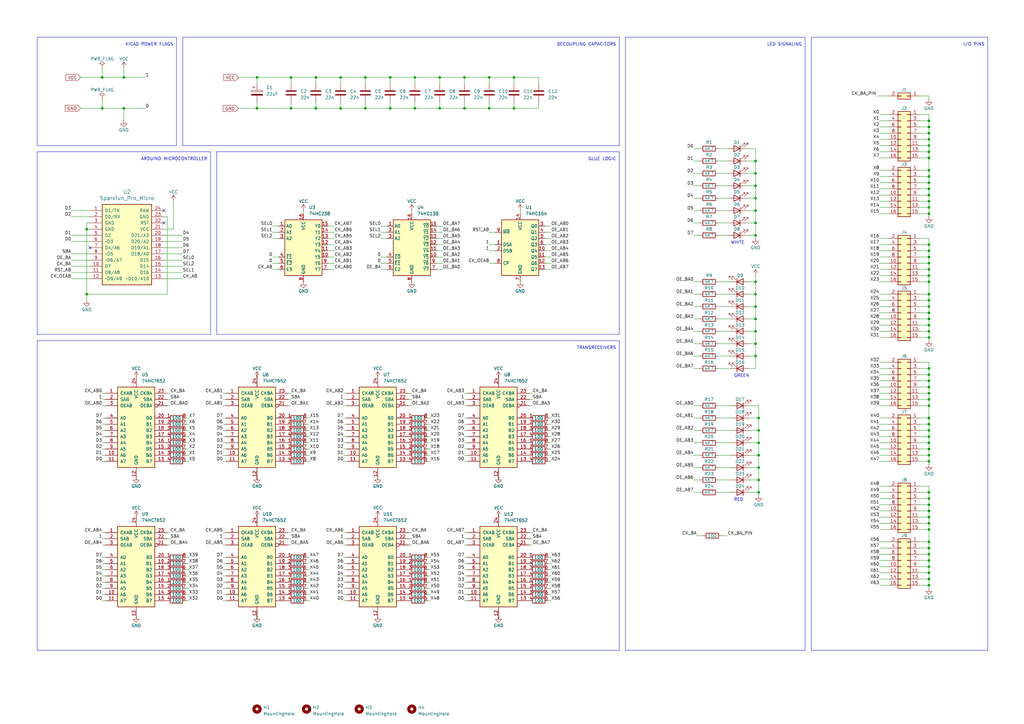
<source format=kicad_sch>
(kicad_sch (version 20231120) (generator "eeschema") (generator_version "8.0")
  (paper "A3")
  (junction (at 309.88 130.81))
  (junction (at 309.88 120.65))
  (junction (at 105.41 31.75))
  (junction (at 311.15 191.77))
  (junction (at 381 74.93))
  (junction (at 381 217.17))
  (junction (at 381 186.69))
  (junction (at 105.41 44.45))
  (junction (at 381 201.93))
  (junction (at 381 72.39))
  (junction (at 119.38 44.45))
  (junction (at 381 87.63))
  (junction (at 139.7 31.75))
  (junction (at 381 171.45))
  (junction (at 129.54 44.45))
  (junction (at 381 120.65))
  (junction (at 180.34 44.45))
  (junction (at 381 222.25))
  (junction (at 311.15 186.69))
  (junction (at 381 80.01))
  (junction (at 381 232.41))
  (junction (at 381 135.89))
  (junction (at 381 240.03))
  (junction (at 190.5 31.75))
  (junction (at 381 212.09))
  (junction (at 309.88 125.73))
  (junction (at 160.02 31.75))
  (junction (at 381 209.55))
  (junction (at 381 113.03))
  (junction (at 381 133.35))
  (junction (at 381 82.55))
  (junction (at 381 156.21))
  (junction (at 50.8 44.45))
  (junction (at 381 62.23))
  (junction (at 381 189.23))
  (junction (at 381 102.87))
  (junction (at 381 123.19))
  (junction (at 309.88 86.36))
  (junction (at 381 57.15))
  (junction (at 170.18 44.45))
  (junction (at 200.66 31.75))
  (junction (at 381 229.87))
  (junction (at 381 207.01))
  (junction (at 381 54.61))
  (junction (at 381 158.75))
  (junction (at 41.91 31.75))
  (junction (at 381 52.07))
  (junction (at 381 138.43))
  (junction (at 139.7 44.45))
  (junction (at 35.56 120.65))
  (junction (at 381 77.47))
  (junction (at 381 181.61))
  (junction (at 381 100.33))
  (junction (at 381 59.69))
  (junction (at 381 115.57))
  (junction (at 381 176.53))
  (junction (at 41.91 44.45))
  (junction (at 190.5 44.45))
  (junction (at 180.34 31.75))
  (junction (at 309.88 71.12))
  (junction (at 119.38 31.75))
  (junction (at 381 153.67))
  (junction (at 309.88 76.2))
  (junction (at 309.88 91.44))
  (junction (at 381 151.13))
  (junction (at 381 179.07))
  (junction (at 381 227.33))
  (junction (at 381 130.81))
  (junction (at 200.66 44.45))
  (junction (at 309.88 135.89))
  (junction (at 381 107.95))
  (junction (at 129.54 31.75))
  (junction (at 309.88 115.57))
  (junction (at 210.82 31.75))
  (junction (at 381 204.47))
  (junction (at 210.82 44.45))
  (junction (at 311.15 176.53))
  (junction (at 170.18 31.75))
  (junction (at 381 125.73))
  (junction (at 381 166.37))
  (junction (at 381 234.95))
  (junction (at 381 69.85))
  (junction (at 50.8 31.75))
  (junction (at 381 128.27))
  (junction (at 309.88 81.28))
  (junction (at 311.15 196.85))
  (junction (at 381 163.83))
  (junction (at 381 64.77))
  (junction (at 381 224.79))
  (junction (at 381 161.29))
  (junction (at 381 173.99))
  (junction (at 381 110.49))
  (junction (at 381 214.63))
  (junction (at 381 184.15))
  (junction (at 309.88 66.04))
  (junction (at 149.86 44.45))
  (junction (at 381 85.09))
  (junction (at 311.15 181.61))
  (junction (at 381 105.41))
  (junction (at 309.88 140.97))
  (junction (at 149.86 31.75))
  (junction (at 160.02 44.45))
  (junction (at 381 49.53))
  (junction (at 381 237.49))
  (junction (at 311.15 201.93))
  (junction (at 311.15 171.45))
  (junction (at 309.88 146.05))
  (junction (at 309.88 96.52))
  (junction (at 35.56 93.98))
  (no_connect (at 67.31 91.44))
  (no_connect (at 67.31 86.36))
  (no_connect (at 36.83 101.6))
  (wire (pts (xy 41.91 220.98) (xy 43.18 220.98)))
  (wire (pts (xy 218.44 161.29) (xy 217.17 161.29)))
  (wire (pts (xy 377.19 227.33) (xy 381 227.33)))
  (wire (pts (xy 381 46.99) (xy 381 49.53)))
  (wire (pts (xy 77.47 231.14) (xy 76.2 231.14)))
  (wire (pts (xy 377.19 158.75) (xy 381 158.75)))
  (wire (pts (xy 381 237.49) (xy 381 240.03)))
  (wire (pts (xy 92.71 184.15) (xy 91.44 184.15)))
  (wire (pts (xy 190.5 161.29) (xy 191.77 161.29)))
  (wire (pts (xy 360.68 171.45) (xy 364.49 171.45)))
  (wire (pts (xy 360.68 212.09) (xy 364.49 212.09)))
  (wire (pts (xy 360.68 69.85) (xy 364.49 69.85)))
  (wire (pts (xy 381 130.81) (xy 381 133.35)))
  (wire (pts (xy 180.34 31.75) (xy 180.34 34.29)))
  (wire (pts (xy 377.19 130.81) (xy 381 130.81)))
  (wire (pts (xy 50.8 44.45) (xy 59.69 44.45)))
  (wire (pts (xy 360.68 201.93) (xy 364.49 201.93)))
  (wire (pts (xy 71.12 82.55) (xy 71.12 93.98)))
  (wire (pts (xy 176.53 189.23) (xy 175.26 189.23)))
  (wire (pts (xy 381 184.15) (xy 381 186.69)))
  (wire (pts (xy 377.19 214.63) (xy 381 214.63)))
  (wire (pts (xy 381 62.23) (xy 381 64.77)))
  (wire (pts (xy 140.97 218.44) (xy 142.24 218.44)))
  (wire (pts (xy 76.2 189.23) (xy 77.47 189.23)))
  (wire (pts (xy 309.88 146.05) (xy 309.88 140.97)))
  (wire (pts (xy 200.66 95.25) (xy 203.2 95.25)))
  (wire (pts (xy 168.91 223.52) (xy 167.64 223.52)))
  (wire (pts (xy 298.45 66.04) (xy 294.64 66.04)))
  (wire (pts (xy 41.91 44.45) (xy 50.8 44.45)))
  (wire (pts (xy 360.68 54.61) (xy 364.49 54.61)))
  (wire (pts (xy 309.88 97.79) (xy 309.88 96.52)))
  (wire (pts (xy 218.44 220.98) (xy 217.17 220.98)))
  (wire (pts (xy 35.56 91.44) (xy 35.56 93.98)))
  (wire (pts (xy 226.06 179.07) (xy 224.79 179.07)))
  (wire (pts (xy 140.97 161.29) (xy 142.24 161.29)))
  (wire (pts (xy 29.21 106.68) (xy 36.83 106.68)))
  (wire (pts (xy 299.72 186.69) (xy 294.64 186.69)))
  (wire (pts (xy 142.24 233.68) (xy 140.97 233.68)))
  (wire (pts (xy 377.19 125.73) (xy 381 125.73)))
  (wire (pts (xy 360.68 77.47) (xy 364.49 77.47)))
  (wire (pts (xy 381 123.19) (xy 381 125.73)))
  (wire (pts (xy 176.53 233.68) (xy 175.26 233.68)))
  (wire (pts (xy 92.71 231.14) (xy 91.44 231.14)))
  (wire (pts (xy 137.16 95.25) (xy 134.62 95.25)))
  (wire (pts (xy 180.34 44.45) (xy 180.34 41.91)))
  (wire (pts (xy 111.76 110.49) (xy 114.3 110.49)))
  (wire (pts (xy 92.71 179.07) (xy 91.44 179.07)))
  (wire (pts (xy 309.88 91.44) (xy 306.07 91.44)))
  (wire (pts (xy 309.88 86.36) (xy 306.07 86.36)))
  (wire (pts (xy 127 184.15) (xy 125.73 184.15)))
  (wire (pts (xy 191.77 236.22) (xy 190.5 236.22)))
  (wire (pts (xy 127 241.3) (xy 125.73 241.3)))
  (wire (pts (xy 309.88 71.12) (xy 309.88 66.04)))
  (wire (pts (xy 41.91 223.52) (xy 43.18 223.52)))
  (wire (pts (xy 299.72 115.57) (xy 294.64 115.57)))
  (wire (pts (xy 311.15 166.37) (xy 307.34 166.37)))
  (wire (pts (xy 69.85 163.83) (xy 68.58 163.83)))
  (wire (pts (xy 69.85 166.37) (xy 68.58 166.37)))
  (wire (pts (xy 381 158.75) (xy 381 161.29)))
  (wire (pts (xy 360.68 123.19) (xy 364.49 123.19)))
  (wire (pts (xy 360.68 186.69) (xy 364.49 186.69)))
  (wire (pts (xy 92.71 186.69) (xy 91.44 186.69)))
  (wire (pts (xy 377.19 62.23) (xy 381 62.23)))
  (wire (pts (xy 381 222.25) (xy 381 224.79)))
  (wire (pts (xy 287.02 91.44) (xy 284.48 91.44)))
  (wire (pts (xy 92.71 171.45) (xy 91.44 171.45)))
  (wire (pts (xy 381 77.47) (xy 381 80.01)))
  (wire (pts (xy 360.68 224.79) (xy 364.49 224.79)))
  (wire (pts (xy 170.18 44.45) (xy 180.34 44.45)))
  (wire (pts (xy 76.2 171.45) (xy 77.47 171.45)))
  (wire (pts (xy 181.61 107.95) (xy 179.07 107.95)))
  (wire (pts (xy 360.68 176.53) (xy 364.49 176.53)))
  (wire (pts (xy 156.21 95.25) (xy 158.75 95.25)))
  (wire (pts (xy 377.19 237.49) (xy 381 237.49)))
  (wire (pts (xy 200.66 31.75) (xy 210.82 31.75)))
  (wire (pts (xy 76.2 179.07) (xy 77.47 179.07)))
  (wire (pts (xy 142.24 173.99) (xy 140.97 173.99)))
  (wire (pts (xy 360.68 130.81) (xy 364.49 130.81)))
  (wire (pts (xy 92.71 176.53) (xy 91.44 176.53)))
  (wire (pts (xy 170.18 31.75) (xy 170.18 34.29)))
  (wire (pts (xy 91.44 223.52) (xy 92.71 223.52)))
  (wire (pts (xy 377.19 171.45) (xy 381 171.45)))
  (wire (pts (xy 377.19 151.13) (xy 381 151.13)))
  (wire (pts (xy 360.68 113.03) (xy 364.49 113.03)))
  (wire (pts (xy 176.53 176.53) (xy 175.26 176.53)))
  (wire (pts (xy 381 39.37) (xy 377.19 39.37)))
  (wire (pts (xy 377.19 133.35) (xy 381 133.35)))
  (wire (pts (xy 311.15 196.85) (xy 307.34 196.85)))
  (wire (pts (xy 377.19 135.89) (xy 381 135.89)))
  (wire (pts (xy 156.21 97.79) (xy 158.75 97.79)))
  (wire (pts (xy 92.71 173.99) (xy 91.44 173.99)))
  (wire (pts (xy 160.02 31.75) (xy 170.18 31.75)))
  (wire (pts (xy 226.06 110.49) (xy 223.52 110.49)))
  (wire (pts (xy 299.72 201.93) (xy 294.64 201.93)))
  (wire (pts (xy 142.24 231.14) (xy 140.97 231.14)))
  (wire (pts (xy 298.45 86.36) (xy 294.64 86.36)))
  (wire (pts (xy 191.77 184.15) (xy 190.5 184.15)))
  (wire (pts (xy 181.61 92.71) (xy 179.07 92.71)))
  (wire (pts (xy 76.2 186.69) (xy 77.47 186.69)))
  (wire (pts (xy 127 231.14) (xy 125.73 231.14)))
  (wire (pts (xy 377.19 102.87) (xy 381 102.87)))
  (wire (pts (xy 360.68 97.79) (xy 364.49 97.79)))
  (wire (pts (xy 360.68 46.99) (xy 364.49 46.99)))
  (wire (pts (xy 381 207.01) (xy 381 209.55)))
  (wire (pts (xy 77.47 241.3) (xy 76.2 241.3)))
  (wire (pts (xy 381 232.41) (xy 381 234.95)))
  (wire (pts (xy 190.5 31.75) (xy 190.5 34.29)))
  (wire (pts (xy 381 52.07) (xy 381 54.61)))
  (wire (pts (xy 377.19 113.03) (xy 381 113.03)))
  (wire (pts (xy 190.5 220.98) (xy 191.77 220.98)))
  (wire (pts (xy 360.68 49.53) (xy 364.49 49.53)))
  (wire (pts (xy 377.19 201.93) (xy 381 201.93)))
  (wire (pts (xy 377.19 57.15) (xy 381 57.15)))
  (wire (pts (xy 170.18 44.45) (xy 170.18 41.91)))
  (wire (pts (xy 181.61 110.49) (xy 179.07 110.49)))
  (wire (pts (xy 307.34 151.13) (xy 309.88 151.13)))
  (wire (pts (xy 360.68 80.01) (xy 364.49 80.01)))
  (wire (pts (xy 360.68 105.41) (xy 364.49 105.41)))
  (wire (pts (xy 309.88 66.04) (xy 309.88 60.96)))
  (wire (pts (xy 287.02 191.77) (xy 284.48 191.77)))
  (wire (pts (xy 377.19 186.69) (xy 381 186.69)))
  (wire (pts (xy 119.38 31.75) (xy 129.54 31.75)))
  (wire (pts (xy 360.68 161.29) (xy 364.49 161.29)))
  (wire (pts (xy 92.71 246.38) (xy 91.44 246.38)))
  (wire (pts (xy 299.72 166.37) (xy 294.64 166.37)))
  (wire (pts (xy 381 64.77) (xy 381 69.85)))
  (wire (pts (xy 226.06 186.69) (xy 224.79 186.69)))
  (wire (pts (xy 381 224.79) (xy 381 227.33)))
  (wire (pts (xy 381 227.33) (xy 381 229.87)))
  (wire (pts (xy 191.77 243.84) (xy 190.5 243.84)))
  (wire (pts (xy 309.88 76.2) (xy 309.88 71.12)))
  (wire (pts (xy 381 189.23) (xy 381 190.5)))
  (wire (pts (xy 91.44 163.83) (xy 92.71 163.83)))
  (wire (pts (xy 191.77 171.45) (xy 190.5 171.45)))
  (wire (pts (xy 191.77 241.3) (xy 190.5 241.3)))
  (wire (pts (xy 67.31 96.52) (xy 74.93 96.52)))
  (wire (pts (xy 142.24 246.38) (xy 140.97 246.38)))
  (wire (pts (xy 176.53 181.61) (xy 175.26 181.61)))
  (wire (pts (xy 191.77 246.38) (xy 190.5 246.38)))
  (wire (pts (xy 43.18 189.23) (xy 41.91 189.23)))
  (wire (pts (xy 381 234.95) (xy 381 237.49)))
  (wire (pts (xy 35.56 120.65) (xy 68.58 120.65)))
  (wire (pts (xy 154.94 252.73) (xy 154.94 254)))
  (wire (pts (xy 176.53 171.45) (xy 175.26 171.45)))
  (wire (pts (xy 299.72 151.13) (xy 294.64 151.13)))
  (wire (pts (xy 181.61 100.33) (xy 179.07 100.33)))
  (wire (pts (xy 377.19 166.37) (xy 381 166.37)))
  (wire (pts (xy 309.88 91.44) (xy 309.88 86.36)))
  (wire (pts (xy 119.38 44.45) (xy 119.38 41.91)))
  (wire (pts (xy 287.02 71.12) (xy 284.48 71.12)))
  (wire (pts (xy 33.02 44.45) (xy 41.91 44.45)))
  (wire (pts (xy 381 212.09) (xy 381 214.63)))
  (wire (pts (xy 176.53 186.69) (xy 175.26 186.69)))
  (wire (pts (xy 210.82 44.45) (xy 210.82 41.91)))
  (wire (pts (xy 43.18 173.99) (xy 41.91 173.99)))
  (wire (pts (xy 190.5 163.83) (xy 191.77 163.83)))
  (wire (pts (xy 377.19 107.95) (xy 381 107.95)))
  (wire (pts (xy 381 240.03) (xy 381 241.3)))
  (wire (pts (xy 156.21 107.95) (xy 158.75 107.95)))
  (wire (pts (xy 226.06 95.25) (xy 223.52 95.25)))
  (wire (pts (xy 181.61 102.87) (xy 179.07 102.87)))
  (wire (pts (xy 139.7 31.75) (xy 139.7 34.29)))
  (wire (pts (xy 149.86 31.75) (xy 160.02 31.75)))
  (wire (pts (xy 76.2 173.99) (xy 77.47 173.99)))
  (wire (pts (xy 190.5 44.45) (xy 190.5 41.91)))
  (wire (pts (xy 226.06 102.87) (xy 223.52 102.87)))
  (wire (pts (xy 43.18 179.07) (xy 41.91 179.07)))
  (wire (pts (xy 200.66 31.75) (xy 200.66 34.29)))
  (wire (pts (xy 381 110.49) (xy 381 113.03)))
  (wire (pts (xy 142.24 184.15) (xy 140.97 184.15)))
  (wire (pts (xy 156.21 110.49) (xy 158.75 110.49)))
  (wire (pts (xy 226.06 176.53) (xy 224.79 176.53)))
  (wire (pts (xy 41.91 31.75) (xy 50.8 31.75)))
  (wire (pts (xy 381 199.39) (xy 381 201.93)))
  (wire (pts (xy 360.68 173.99) (xy 364.49 173.99)))
  (wire (pts (xy 127 171.45) (xy 125.73 171.45)))
  (wire (pts (xy 168.91 218.44) (xy 167.64 218.44)))
  (wire (pts (xy 381 138.43) (xy 381 139.7)))
  (wire (pts (xy 309.88 115.57) (xy 307.34 115.57)))
  (wire (pts (xy 226.06 189.23) (xy 224.79 189.23)))
  (wire (pts (xy 210.82 31.75) (xy 220.98 31.75)))
  (wire (pts (xy 377.19 85.09) (xy 381 85.09)))
  (wire (pts (xy 176.53 238.76) (xy 175.26 238.76)))
  (wire (pts (xy 360.68 151.13) (xy 364.49 151.13)))
  (wire (pts (xy 381 87.63) (xy 381 88.9)))
  (wire (pts (xy 137.16 100.33) (xy 134.62 100.33)))
  (wire (pts (xy 226.06 171.45) (xy 224.79 171.45)))
  (wire (pts (xy 309.88 76.2) (xy 306.07 76.2)))
  (wire (pts (xy 360.68 74.93) (xy 364.49 74.93)))
  (wire (pts (xy 381 179.07) (xy 381 181.61)))
  (wire (pts (xy 92.71 189.23) (xy 91.44 189.23)))
  (wire (pts (xy 92.71 228.6) (xy 91.44 228.6)))
  (wire (pts (xy 377.19 54.61) (xy 381 54.61)))
  (wire (pts (xy 309.88 96.52) (xy 309.88 91.44)))
  (wire (pts (xy 377.19 97.79) (xy 381 97.79)))
  (wire (pts (xy 381 209.55) (xy 381 212.09)))
  (wire (pts (xy 377.19 181.61) (xy 381 181.61)))
  (wire (pts (xy 381 166.37) (xy 381 171.45)))
  (wire (pts (xy 360.68 229.87) (xy 364.49 229.87)))
  (wire (pts (xy 360.68 240.03) (xy 364.49 240.03)))
  (wire (pts (xy 92.71 236.22) (xy 91.44 236.22)))
  (wire (pts (xy 287.02 186.69) (xy 284.48 186.69)))
  (wire (pts (xy 226.06 238.76) (xy 224.79 238.76)))
  (wire (pts (xy 142.24 171.45) (xy 140.97 171.45)))
  (wire (pts (xy 105.41 31.75) (xy 105.41 34.29)))
  (wire (pts (xy 309.88 130.81) (xy 309.88 125.73)))
  (wire (pts (xy 154.94 195.58) (xy 154.94 196.85)))
  (wire (pts (xy 287.02 96.52) (xy 284.48 96.52)))
  (wire (pts (xy 67.31 109.22) (xy 74.93 109.22)))
  (wire (pts (xy 377.19 212.09) (xy 381 212.09)))
  (wire (pts (xy 119.38 166.37) (xy 118.11 166.37)))
  (wire (pts (xy 377.19 184.15) (xy 381 184.15)))
  (wire (pts (xy 309.88 125.73) (xy 309.88 120.65)))
  (wire (pts (xy 191.77 181.61) (xy 190.5 181.61)))
  (wire (pts (xy 298.45 76.2) (xy 294.64 76.2)))
  (wire (pts (xy 381 49.53) (xy 381 52.07)))
  (wire (pts (xy 381 201.93) (xy 381 204.47)))
  (wire (pts (xy 127 186.69) (xy 125.73 186.69)))
  (wire (pts (xy 377.19 52.07) (xy 381 52.07)))
  (wire (pts (xy 29.21 114.3) (xy 36.83 114.3)))
  (wire (pts (xy 377.19 138.43) (xy 381 138.43)))
  (wire (pts (xy 377.19 156.21) (xy 381 156.21)))
  (wire (pts (xy 55.88 195.58) (xy 55.88 196.85)))
  (wire (pts (xy 111.76 92.71) (xy 114.3 92.71)))
  (wire (pts (xy 220.98 31.75) (xy 220.98 34.29)))
  (wire (pts (xy 377.19 100.33) (xy 381 100.33)))
  (wire (pts (xy 69.85 161.29) (xy 68.58 161.29)))
  (wire (pts (xy 140.97 220.98) (xy 142.24 220.98)))
  (wire (pts (xy 67.31 111.76) (xy 74.93 111.76)))
  (wire (pts (xy 119.38 218.44) (xy 118.11 218.44)))
  (wire (pts (xy 190.5 218.44) (xy 191.77 218.44)))
  (wire (pts (xy 170.18 31.75) (xy 180.34 31.75)))
  (wire (pts (xy 377.19 240.03) (xy 381 240.03)))
  (wire (pts (xy 69.85 220.98) (xy 68.58 220.98)))
  (wire (pts (xy 360.68 133.35) (xy 364.49 133.35)))
  (wire (pts (xy 191.77 231.14) (xy 190.5 231.14)))
  (wire (pts (xy 311.15 186.69) (xy 311.15 181.61)))
  (wire (pts (xy 360.68 62.23) (xy 364.49 62.23)))
  (wire (pts (xy 307.34 120.65) (xy 309.88 120.65)))
  (wire (pts (xy 377.19 176.53) (xy 381 176.53)))
  (wire (pts (xy 226.06 97.79) (xy 223.52 97.79)))
  (wire (pts (xy 105.41 31.75) (xy 119.38 31.75)))
  (wire (pts (xy 140.97 163.83) (xy 142.24 163.83)))
  (wire (pts (xy 168.91 163.83) (xy 167.64 163.83)))
  (wire (pts (xy 298.45 91.44) (xy 294.64 91.44)))
  (wire (pts (xy 137.16 97.79) (xy 134.62 97.79)))
  (wire (pts (xy 105.41 252.73) (xy 105.41 254)))
  (wire (pts (xy 124.46 86.36) (xy 124.46 87.63)))
  (wire (pts (xy 299.72 130.81) (xy 294.64 130.81)))
  (wire (pts (xy 360.68 128.27) (xy 364.49 128.27)))
  (wire (pts (xy 299.72 171.45) (xy 294.64 171.45)))
  (wire (pts (xy 220.98 44.45) (xy 220.98 41.91)))
  (wire (pts (xy 287.02 146.05) (xy 284.48 146.05)))
  (wire (pts (xy 67.31 93.98) (xy 71.12 93.98)))
  (wire (pts (xy 142.24 189.23) (xy 140.97 189.23)))
  (wire (pts (xy 36.83 86.36) (xy 29.21 86.36)))
  (wire (pts (xy 287.02 201.93) (xy 284.48 201.93)))
  (wire (pts (xy 360.68 222.25) (xy 364.49 222.25)))
  (wire (pts (xy 377.19 87.63) (xy 381 87.63)))
  (wire (pts (xy 180.34 31.75) (xy 190.5 31.75)))
  (wire (pts (xy 226.06 233.68) (xy 224.79 233.68)))
  (wire (pts (xy 168.91 166.37) (xy 167.64 166.37)))
  (wire (pts (xy 154.94 154.94) (xy 154.94 153.67)))
  (wire (pts (xy 360.68 57.15) (xy 364.49 57.15)))
  (wire (pts (xy 360.68 234.95) (xy 364.49 234.95)))
  (wire (pts (xy 43.18 186.69) (xy 41.91 186.69)))
  (wire (pts (xy 69.85 223.52) (xy 68.58 223.52)))
  (wire (pts (xy 299.72 146.05) (xy 294.64 146.05)))
  (wire (pts (xy 127 189.23) (xy 125.73 189.23)))
  (wire (pts (xy 381 214.63) (xy 381 217.17)))
  (wire (pts (xy 359.41 39.37) (xy 364.49 39.37)))
  (wire (pts (xy 137.16 110.49) (xy 134.62 110.49)))
  (wire (pts (xy 77.47 233.68) (xy 76.2 233.68)))
  (wire (pts (xy 41.91 166.37) (xy 43.18 166.37)))
  (wire (pts (xy 55.88 252.73) (xy 55.88 254)))
  (wire (pts (xy 43.18 243.84) (xy 41.91 243.84)))
  (wire (pts (xy 285.75 219.71) (xy 288.29 219.71)))
  (wire (pts (xy 77.47 246.38) (xy 76.2 246.38)))
  (wire (pts (xy 29.21 104.14) (xy 36.83 104.14)))
  (wire (pts (xy 181.61 97.79) (xy 179.07 97.79)))
  (wire (pts (xy 360.68 237.49) (xy 364.49 237.49)))
  (wire (pts (xy 111.76 107.95) (xy 114.3 107.95)))
  (wire (pts (xy 360.68 85.09) (xy 364.49 85.09)))
  (wire (pts (xy 299.72 140.97) (xy 294.64 140.97)))
  (wire (pts (xy 142.24 186.69) (xy 140.97 186.69)))
  (wire (pts (xy 381 120.65) (xy 381 123.19)))
  (wire (pts (xy 377.19 77.47) (xy 381 77.47)))
  (wire (pts (xy 287.02 120.65) (xy 284.48 120.65)))
  (wire (pts (xy 298.45 96.52) (xy 294.64 96.52)))
  (wire (pts (xy 307.34 140.97) (xy 309.88 140.97)))
  (wire (pts (xy 377.19 110.49) (xy 381 110.49)))
  (wire (pts (xy 381 173.99) (xy 381 176.53)))
  (wire (pts (xy 50.8 31.75) (xy 50.8 27.94)))
  (wire (pts (xy 381 229.87) (xy 381 232.41)))
  (wire (pts (xy 377.19 115.57) (xy 381 115.57)))
  (wire (pts (xy 191.77 176.53) (xy 190.5 176.53)))
  (wire (pts (xy 191.77 173.99) (xy 190.5 173.99)))
  (wire (pts (xy 41.91 27.94) (xy 41.91 31.75)))
  (wire (pts (xy 360.68 120.65) (xy 364.49 120.65)))
  (wire (pts (xy 381 186.69) (xy 381 189.23)))
  (wire (pts (xy 35.56 120.65) (xy 35.56 123.19)))
  (wire (pts (xy 191.77 238.76) (xy 190.5 238.76)))
  (wire (pts (xy 377.19 105.41) (xy 381 105.41)))
  (wire (pts (xy 105.41 44.45) (xy 119.38 44.45)))
  (wire (pts (xy 360.68 125.73) (xy 364.49 125.73)))
  (wire (pts (xy 168.91 86.36) (xy 168.91 87.63)))
  (wire (pts (xy 381 135.89) (xy 381 138.43)))
  (wire (pts (xy 55.88 154.94) (xy 55.88 153.67)))
  (wire (pts (xy 119.38 163.83) (xy 118.11 163.83)))
  (wire (pts (xy 43.18 246.38) (xy 41.91 246.38)))
  (wire (pts (xy 309.88 71.12) (xy 306.07 71.12)))
  (wire (pts (xy 67.31 114.3) (xy 74.93 114.3)))
  (wire (pts (xy 91.44 218.44) (xy 92.71 218.44)))
  (wire (pts (xy 381 59.69) (xy 381 62.23)))
  (wire (pts (xy 311.15 196.85) (xy 311.15 191.77)))
  (wire (pts (xy 176.53 179.07) (xy 175.26 179.07)))
  (wire (pts (xy 140.97 166.37) (xy 142.24 166.37)))
  (wire (pts (xy 377.19 222.25) (xy 381 222.25)))
  (wire (pts (xy 287.02 135.89) (xy 284.48 135.89)))
  (wire (pts (xy 381 105.41) (xy 381 107.95)))
  (wire (pts (xy 36.83 93.98) (xy 35.56 93.98)))
  (wire (pts (xy 381 163.83) (xy 381 166.37)))
  (wire (pts (xy 204.47 252.73) (xy 204.47 254)))
  (wire (pts (xy 160.02 44.45) (xy 160.02 41.91)))
  (wire (pts (xy 176.53 236.22) (xy 175.26 236.22)))
  (wire (pts (xy 377.19 234.95) (xy 381 234.95)))
  (wire (pts (xy 43.18 233.68) (xy 41.91 233.68)))
  (wire (pts (xy 191.77 228.6) (xy 190.5 228.6)))
  (wire (pts (xy 299.72 181.61) (xy 294.64 181.61)))
  (wire (pts (xy 377.19 72.39) (xy 381 72.39)))
  (wire (pts (xy 190.5 44.45) (xy 200.66 44.45)))
  (wire (pts (xy 129.54 31.75) (xy 129.54 34.29)))
  (wire (pts (xy 360.68 158.75) (xy 364.49 158.75)))
  (wire (pts (xy 127 246.38) (xy 125.73 246.38)))
  (wire (pts (xy 129.54 31.75) (xy 139.7 31.75)))
  (wire (pts (xy 360.68 52.07) (xy 364.49 52.07)))
  (wire (pts (xy 287.02 151.13) (xy 284.48 151.13)))
  (wire (pts (xy 160.02 31.75) (xy 160.02 34.29)))
  (wire (pts (xy 299.72 196.85) (xy 294.64 196.85)))
  (wire (pts (xy 139.7 44.45) (xy 149.86 44.45)))
  (wire (pts (xy 226.06 243.84) (xy 224.79 243.84)))
  (wire (pts (xy 204.47 212.09) (xy 204.47 210.82)))
  (wire (pts (xy 298.45 71.12) (xy 294.64 71.12)))
  (wire (pts (xy 381 57.15) (xy 381 59.69)))
  (wire (pts (xy 76.2 181.61) (xy 77.47 181.61)))
  (wire (pts (xy 309.88 81.28) (xy 306.07 81.28)))
  (wire (pts (xy 55.88 212.09) (xy 55.88 210.82)))
  (wire (pts (xy 311.15 201.93) (xy 307.34 201.93)))
  (wire (pts (xy 191.77 189.23) (xy 190.5 189.23)))
  (wire (pts (xy 29.21 111.76) (xy 36.83 111.76)))
  (wire (pts (xy 226.06 173.99) (xy 224.79 173.99)))
  (wire (pts (xy 41.91 40.64) (xy 41.91 44.45)))
  (wire (pts (xy 200.66 102.87) (xy 203.2 102.87)))
  (wire (pts (xy 307.34 125.73) (xy 309.88 125.73)))
  (wire (pts (xy 381 100.33) (xy 381 102.87)))
  (wire (pts (xy 67.31 101.6) (xy 74.93 101.6)))
  (wire (pts (xy 377.19 217.17) (xy 381 217.17)))
  (wire (pts (xy 204.47 195.58) (xy 204.47 196.85)))
  (wire (pts (xy 127 181.61) (xy 125.73 181.61)))
  (wire (pts (xy 67.31 99.06) (xy 74.93 99.06)))
  (wire (pts (xy 139.7 31.75) (xy 149.86 31.75)))
  (wire (pts (xy 119.38 220.98) (xy 118.11 220.98)))
  (wire (pts (xy 43.18 176.53) (xy 41.91 176.53)))
  (wire (pts (xy 226.06 105.41) (xy 223.52 105.41)))
  (wire (pts (xy 360.68 72.39) (xy 364.49 72.39)))
  (wire (pts (xy 41.91 163.83) (xy 43.18 163.83)))
  (wire (pts (xy 309.88 96.52) (xy 306.07 96.52)))
  (wire (pts (xy 309.88 120.65) (xy 309.88 115.57)))
  (wire (pts (xy 309.88 60.96) (xy 306.07 60.96)))
  (wire (pts (xy 142.24 179.07) (xy 140.97 179.07)))
  (wire (pts (xy 309.88 135.89) (xy 309.88 130.81)))
  (wire (pts (xy 381 176.53) (xy 381 179.07)))
  (wire (pts (xy 377.19 204.47) (xy 381 204.47)))
  (wire (pts (xy 377.19 189.23) (xy 381 189.23)))
  (wire (pts (xy 381 80.01) (xy 381 82.55)))
  (wire (pts (xy 67.31 104.14) (xy 74.93 104.14)))
  (wire (pts (xy 41.91 218.44) (xy 43.18 218.44)))
  (wire (pts (xy 91.44 161.29) (xy 92.71 161.29)))
  (wire (pts (xy 377.19 229.87) (xy 381 229.87)))
  (wire (pts (xy 41.91 161.29) (xy 43.18 161.29)))
  (wire (pts (xy 360.68 214.63) (xy 364.49 214.63)))
  (wire (pts (xy 210.82 31.75) (xy 210.82 34.29)))
  (wire (pts (xy 111.76 97.79) (xy 114.3 97.79)))
  (wire (pts (xy 377.19 224.79) (xy 381 224.79)))
  (wire (pts (xy 43.18 171.45) (xy 41.91 171.45)))
  (wire (pts (xy 97.79 31.75) (xy 105.41 31.75)))
  (wire (pts (xy 149.86 44.45) (xy 160.02 44.45)))
  (wire (pts (xy 35.56 93.98) (xy 35.56 120.65)))
  (wire (pts (xy 92.71 241.3) (xy 91.44 241.3)))
  (wire (pts (xy 377.19 46.99) (xy 381 46.99)))
  (wire (pts (xy 309.88 86.36) (xy 309.88 81.28)))
  (wire (pts (xy 377.19 128.27) (xy 381 128.27)))
  (wire (pts (xy 142.24 181.61) (xy 140.97 181.61)))
  (wire (pts (xy 381 113.03) (xy 381 115.57)))
  (wire (pts (xy 287.02 66.04) (xy 284.48 66.04)))
  (wire (pts (xy 311.15 171.45) (xy 307.34 171.45)))
  (wire (pts (xy 181.61 95.25) (xy 179.07 95.25)))
  (wire (pts (xy 105.41 154.94) (xy 105.41 153.67)))
  (wire (pts (xy 127 236.22) (xy 125.73 236.22)))
  (wire (pts (xy 298.45 60.96) (xy 294.64 60.96)))
  (wire (pts (xy 360.68 110.49) (xy 364.49 110.49)))
  (wire (pts (xy 360.68 204.47) (xy 364.49 204.47)))
  (wire (pts (xy 311.15 186.69) (xy 307.34 186.69)))
  (wire (pts (xy 360.68 227.33) (xy 364.49 227.33)))
  (wire (pts (xy 180.34 44.45) (xy 190.5 44.45)))
  (wire (pts (xy 287.02 130.81) (xy 284.48 130.81)))
  (wire (pts (xy 92.71 181.61) (xy 91.44 181.61)))
  (wire (pts (xy 381 54.61) (xy 381 57.15)))
  (wire (pts (xy 287.02 86.36) (xy 284.48 86.36)))
  (wire (pts (xy 218.44 166.37) (xy 217.17 166.37)))
  (wire (pts (xy 381 148.59) (xy 381 151.13)))
  (wire (pts (xy 377.19 161.29) (xy 381 161.29)))
  (wire (pts (xy 307.34 130.81) (xy 309.88 130.81)))
  (wire (pts (xy 149.86 31.75) (xy 149.86 34.29)))
  (wire (pts (xy 43.18 238.76) (xy 41.91 238.76)))
  (wire (pts (xy 360.68 163.83) (xy 364.49 163.83)))
  (wire (pts (xy 36.83 96.52) (xy 29.21 96.52)))
  (wire (pts (xy 127 179.07) (xy 125.73 179.07)))
  (wire (pts (xy 218.44 163.83) (xy 217.17 163.83)))
  (wire (pts (xy 213.36 86.36) (xy 213.36 87.63)))
  (wire (pts (xy 226.06 231.14) (xy 224.79 231.14)))
  (wire (pts (xy 176.53 241.3) (xy 175.26 241.3)))
  (wire (pts (xy 226.06 181.61) (xy 224.79 181.61)))
  (wire (pts (xy 91.44 166.37) (xy 92.71 166.37)))
  (wire (pts (xy 176.53 243.84) (xy 175.26 243.84)))
  (wire (pts (xy 377.19 199.39) (xy 381 199.39)))
  (wire (pts (xy 309.88 113.03) (xy 309.88 115.57)))
  (wire (pts (xy 360.68 59.69) (xy 364.49 59.69)))
  (wire (pts (xy 129.54 44.45) (xy 129.54 41.91)))
  (wire (pts (xy 299.72 135.89) (xy 294.64 135.89)))
  (wire (pts (xy 287.02 166.37) (xy 284.48 166.37)))
  (wire (pts (xy 35.56 91.44) (xy 36.83 91.44)))
  (wire (pts (xy 360.68 87.63) (xy 364.49 87.63)))
  (wire (pts (xy 181.61 105.41) (xy 179.07 105.41)))
  (wire (pts (xy 33.02 31.75) (xy 41.91 31.75)))
  (wire (pts (xy 377.19 173.99) (xy 381 173.99)))
  (wire (pts (xy 298.45 219.71) (xy 295.91 219.71)))
  (wire (pts (xy 200.66 44.45) (xy 210.82 44.45)))
  (wire (pts (xy 287.02 76.2) (xy 284.48 76.2)))
  (wire (pts (xy 309.88 66.04) (xy 306.07 66.04)))
  (wire (pts (xy 299.72 125.73) (xy 294.64 125.73)))
  (wire (pts (xy 381 133.35) (xy 381 135.89)))
  (wire (pts (xy 149.86 44.45) (xy 149.86 41.91)))
  (wire (pts (xy 176.53 231.14) (xy 175.26 231.14)))
  (wire (pts (xy 200.66 44.45) (xy 200.66 41.91)))
  (wire (pts (xy 129.54 44.45) (xy 139.7 44.45)))
  (wire (pts (xy 381 151.13) (xy 381 153.67)))
  (wire (pts (xy 105.41 41.91) (xy 105.41 44.45)))
  (wire (pts (xy 381 85.09) (xy 381 87.63)))
  (wire (pts (xy 287.02 115.57) (xy 284.48 115.57)))
  (wire (pts (xy 287.02 125.73) (xy 284.48 125.73)))
  (wire (pts (xy 287.02 181.61) (xy 284.48 181.61)))
  (wire (pts (xy 381 115.57) (xy 381 120.65)))
  (wire (pts (xy 67.31 106.68) (xy 74.93 106.68)))
  (wire (pts (xy 176.53 228.6) (xy 175.26 228.6)))
  (wire (pts (xy 309.88 140.97) (xy 309.88 135.89)))
  (wire (pts (xy 360.68 138.43) (xy 364.49 138.43)))
  (wire (pts (xy 176.53 246.38) (xy 175.26 246.38)))
  (wire (pts (xy 127 228.6) (xy 125.73 228.6)))
  (wire (pts (xy 36.83 99.06) (xy 29.21 99.06)))
  (wire (pts (xy 381 204.47) (xy 381 207.01)))
  (wire (pts (xy 226.06 236.22) (xy 224.79 236.22)))
  (wire (pts (xy 307.34 135.89) (xy 309.88 135.89)))
  (wire (pts (xy 176.53 184.15) (xy 175.26 184.15)))
  (wire (pts (xy 142.24 176.53) (xy 140.97 176.53)))
  (wire (pts (xy 381 69.85) (xy 381 72.39)))
  (wire (pts (xy 377.19 163.83) (xy 381 163.83)))
  (wire (pts (xy 377.19 120.65) (xy 381 120.65)))
  (wire (pts (xy 307.34 146.05) (xy 309.88 146.05)))
  (wire (pts (xy 360.68 199.39) (xy 364.49 199.39)))
  (wire (pts (xy 309.88 151.13) (xy 309.88 146.05)))
  (wire (pts (xy 287.02 140.97) (xy 284.48 140.97)))
  (wire (pts (xy 287.02 176.53) (xy 284.48 176.53)))
  (wire (pts (xy 377.19 64.77) (xy 381 64.77)))
  (wire (pts (xy 377.19 82.55) (xy 381 82.55)))
  (wire (pts (xy 360.68 115.57) (xy 364.49 115.57)))
  (wire (pts (xy 218.44 223.52) (xy 217.17 223.52)))
  (wire (pts (xy 311.15 203.2) (xy 311.15 201.93)))
  (wire (pts (xy 43.18 228.6) (xy 41.91 228.6)))
  (wire (pts (xy 381 74.93) (xy 381 77.47)))
  (wire (pts (xy 377.19 209.55) (xy 381 209.55)))
  (wire (pts (xy 77.47 238.76) (xy 76.2 238.76)))
  (wire (pts (xy 377.19 49.53) (xy 381 49.53)))
  (wire (pts (xy 377.19 232.41) (xy 381 232.41)))
  (wire (pts (xy 119.38 223.52) (xy 118.11 223.52)))
  (wire (pts (xy 160.02 44.45) (xy 170.18 44.45)))
  (wire (pts (xy 137.16 102.87) (xy 134.62 102.87)))
  (wire (pts (xy 360.68 156.21) (xy 364.49 156.21)))
  (wire (pts (xy 381 161.29) (xy 381 163.83)))
  (wire (pts (xy 381 156.21) (xy 381 158.75)))
  (wire (pts (xy 311.15 181.61) (xy 311.15 176.53)))
  (wire (pts (xy 381 125.73) (xy 381 128.27)))
  (wire (pts (xy 360.68 107.95) (xy 364.49 107.95)))
  (wire (pts (xy 127 243.84) (xy 125.73 243.84)))
  (wire (pts (xy 381 128.27) (xy 381 130.81)))
  (wire (pts (xy 97.79 44.45) (xy 105.41 44.45)))
  (wire (pts (xy 190.5 223.52) (xy 191.77 223.52)))
  (wire (pts (xy 360.68 82.55) (xy 364.49 82.55)))
  (wire (pts (xy 377.19 153.67) (xy 381 153.67)))
  (wire (pts (xy 377.19 123.19) (xy 381 123.19)))
  (wire (pts (xy 226.06 241.3) (xy 224.79 241.3)))
  (wire (pts (xy 127 238.76) (xy 125.73 238.76)))
  (wire (pts (xy 299.72 176.53) (xy 294.64 176.53)))
  (wire (pts (xy 137.16 105.41) (xy 134.62 105.41)))
  (wire (pts (xy 360.68 217.17) (xy 364.49 217.17)))
  (wire (pts (xy 381 107.95) (xy 381 110.49)))
  (wire (pts (xy 142.24 241.3) (xy 140.97 241.3)))
  (wire (pts (xy 191.77 186.69) (xy 190.5 186.69)))
  (wire (pts (xy 226.06 92.71) (xy 223.52 92.71)))
  (wire (pts (xy 77.47 243.84) (xy 76.2 243.84)))
  (wire (pts (xy 311.15 191.77) (xy 307.34 191.77)))
  (wire (pts (xy 111.76 95.25) (xy 114.3 95.25)))
  (wire (pts (xy 311.15 171.45) (xy 311.15 166.37)))
  (wire (pts (xy 287.02 81.28) (xy 284.48 81.28)))
  (wire (pts (xy 311.15 176.53) (xy 311.15 171.45)))
  (wire (pts (xy 381 102.87) (xy 381 105.41)))
  (wire (pts (xy 299.72 120.65) (xy 294.64 120.65)))
  (wire (pts (xy 91.44 220.98) (xy 92.71 220.98)))
  (wire (pts (xy 92.71 238.76) (xy 91.44 238.76)))
  (wire (pts (xy 309.88 81.28) (xy 309.88 76.2)))
  (wire (pts (xy 29.21 109.22) (xy 36.83 109.22)))
  (wire (pts (xy 226.06 184.15) (xy 224.79 184.15)))
  (wire (pts (xy 377.19 80.01) (xy 381 80.01)))
  (wire (pts (xy 210.82 44.45) (xy 220.98 44.45)))
  (wire (pts (xy 156.21 105.41) (xy 158.75 105.41)))
  (wire (pts (xy 92.71 243.84) (xy 91.44 243.84)))
  (wire (pts (xy 68.58 88.9) (xy 68.58 120.65)))
  (wire (pts (xy 360.68 189.23) (xy 364.49 189.23)))
  (wire (pts (xy 226.06 100.33) (xy 223.52 100.33)))
  (wire (pts (xy 156.21 92.71) (xy 158.75 92.71)))
  (wire (pts (xy 77.47 228.6) (xy 76.2 228.6)))
  (wire (pts (xy 127 233.68) (xy 125.73 233.68)))
  (wire (pts (xy 360.68 207.01) (xy 364.49 207.01)))
  (wire (pts (xy 377.19 69.85) (xy 381 69.85)))
  (wire (pts (xy 43.18 181.61) (xy 41.91 181.61)))
  (wire (pts (xy 190.5 166.37) (xy 191.77 166.37)))
  (wire (pts (xy 176.53 173.99) (xy 175.26 173.99)))
  (wire (pts (xy 360.68 64.77) (xy 364.49 64.77)))
  (wire (pts (xy 381 181.61) (xy 381 184.15)))
  (wire (pts (xy 200.66 107.95) (xy 203.2 107.95)))
  (wire (pts (xy 360.68 148.59) (xy 364.49 148.59)))
  (wire (pts (xy 204.47 154.94) (xy 204.47 153.67)))
  (wire (pts (xy 142.24 228.6) (xy 140.97 228.6)))
  (wire (pts (xy 311.15 201.93) (xy 311.15 196.85)))
  (wire (pts (xy 111.76 105.41) (xy 114.3 105.41)))
  (wire (pts (xy 137.16 107.95) (xy 134.62 107.95)))
  (wire (pts (xy 381 40.64) (xy 381 39.37)))
  (wire (pts (xy 119.38 31.75) (xy 119.38 34.29)))
  (wire (pts (xy 360.68 209.55) (xy 364.49 209.55)))
  (wire (pts (xy 142.24 238.76) (xy 140.97 238.76)))
  (wire (pts (xy 191.77 179.07) (xy 190.5 179.07)))
  (wire (pts (xy 360.68 100.33) (xy 364.49 100.33)))
  (wire (pts (xy 77.47 236.22) (xy 76.2 236.22)))
  (wire (pts (xy 105.41 212.09) (xy 105.41 210.82)))
  (wire (pts (xy 92.71 233.68) (xy 91.44 233.68)))
  (wire (pts (xy 43.18 241.3) (xy 41.91 241.3)))
  (wire (pts (xy 191.77 233.68) (xy 190.5 233.68)))
  (wire (pts (xy 226.06 107.95) (xy 223.52 107.95)))
  (wire (pts (xy 50.8 31.75) (xy 59.69 31.75)))
  (wire (pts (xy 226.06 228.6) (xy 224.79 228.6)))
  (wire (pts (xy 43.18 236.22) (xy 41.91 236.22)))
  (wire (pts (xy 381 72.39) (xy 381 74.93)))
  (wire (pts (xy 76.2 176.53) (xy 77.47 176.53)))
  (wire (pts (xy 287.02 196.85) (xy 284.48 196.85)))
  (wire (pts (xy 137.16 92.71) (xy 134.62 92.71)))
  (wire (pts (xy 360.68 184.15) (xy 364.49 184.15)))
  (wire (pts (xy 360.68 232.41) (xy 364.49 232.41)))
  (wire (pts (xy 43.18 231.14) (xy 41.91 231.14)))
  (wire (pts (xy 190.5 31.75) (xy 200.66 31.75)))
  (wire (pts (xy 142.24 243.84) (xy 140.97 243.84)))
  (wire (pts (xy 105.41 195.58) (xy 105.41 196.85)))
  (wire (pts (xy 360.68 166.37) (xy 364.49 166.37)))
  (wire (pts (xy 287.02 60.96) (xy 284.48 60.96)))
  (wire (pts (xy 360.68 102.87) (xy 364.49 102.87)))
  (wire (pts (xy 43.18 184.15) (xy 41.91 184.15)))
  (wire (pts (xy 377.19 74.93) (xy 381 74.93)))
  (wire (pts (xy 377.19 148.59) (xy 381 148.59)))
  (wire (pts (xy 154.94 212.09) (xy 154.94 210.82)))
  (wire (pts (xy 311.15 176.53) (xy 307.34 176.53)))
  (wire (pts (xy 168.91 220.98) (xy 167.64 220.98)))
  (wire (pts (xy 360.68 179.07) (xy 364.49 179.07)))
  (wire (pts (xy 381 82.55) (xy 381 85.09)))
  (wire (pts (xy 200.66 100.33) (xy 203.2 100.33)))
  (wire (pts (xy 360.68 135.89) (xy 364.49 135.89)))
  (wire (pts (xy 142.24 236.22) (xy 140.97 236.22)))
  (wire (pts (xy 377.19 179.07) (xy 381 179.07)))
  (wire (pts (xy 76.2 184.15) (xy 77.47 184.15)))
  (wire (pts (xy 381 97.79) (xy 381 100.33)))
  (wire (pts (xy 168.91 161.29) (xy 167.64 161.29)))
  (wire (pts (xy 127 176.53) (xy 125.73 176.53)))
  (wire (pts (xy 139.7 44.45) (xy 139.7 41.91)))
  (wire (pts (xy 127 173.99) (xy 125.73 173.99)))
  (wire (pts (xy 50.8 44.45) (xy 50.8 49.53)))
  (wire (pts (xy 226.06 246.38) (xy 224.79 246.38)))
  (wire (pts (xy 36.83 88.9) (xy 29.21 88.9)))
  (wire (pts (xy 311.15 191.77) (xy 311.15 186.69)))
  (wire (pts (xy 287.02 171.45) (xy 284.48 171.45)))
  (wire (pts (xy 360.68 181.61) (xy 364.49 181.61)))
  (wire (pts (xy 68.58 88.9) (xy 67.31 88.9)))
  (wire (pts (xy 377.19 207.01) (xy 381 207.01)))
  (wire (pts (xy 381 171.45) (xy 381 173.99)))
  (wire (pts (xy 119.38 161.29) (xy 118.11 161.29)))
  (wire (pts (xy 119.38 44.45) (xy 129.54 44.45)))
  (wire (pts (xy 311.15 181.61) (xy 307.34 181.61)))
  (wire (pts (xy 381 217.17) (xy 381 222.25)))
  (wire (pts (xy 69.85 218.44) (xy 68.58 218.44)))
  (wire (pts (xy 381 153.67) (xy 381 156.21)))
  (wire (pts (xy 298.45 81.28) (xy 294.64 81.28)))
  (wire (pts (xy 299.72 191.77) (xy 294.64 191.77)))
  (wire (pts (xy 377.19 59.69) (xy 381 59.69)))
  (wire (pts (xy 140.97 223.52) (xy 142.24 223.52)))
  (wire (pts (xy 360.68 153.67) (xy 364.49 153.67)))
  (wire (pts (xy 218.44 218.44) (xy 217.17 218.44)))
  (rectangle (start 332.74 15.24) (end 405.13 266.7))
  (rectangle (start 15.24 62.23) (end 86.36 137.16))
  (rectangle (start 15.24 15.24) (end 72.39 59.69))
  (rectangle (start 15.24 139.7) (end 254 266.7))
  (rectangle (start 88.9 62.23) (end 254 137.16))
  (rectangle (start 74.93 15.24) (end 254 59.69))
  (rectangle (start 256.54 15.24) (end 330.2 266.7))
  (text "TRANSRECEIVERS" (at 252.73 143.51 0) (effects (font (size 1.27 1.27)) (justify right bottom)))
  (text "ARDUINO MICROCONTROLLER" (at 85.09 66.04 0) (effects (font (size 1.27 1.27)) (justify right bottom)))
  (text "DECOUPLING CAPACITORS" (at 252.73 19.05 0) (effects (font (size 1.27 1.27)) (justify right bottom)))
  (text "LED SIGNALING" (at 328.93 19.05 0) (effects (font (size 1.27 1.27)) (justify right bottom)))
  (text "GLUE LOGIC" (at 252.73 66.04 0) (effects (font (size 1.27 1.27)) (justify right bottom)))
  (text "WHITE" (at 299.72 100.33 0) (effects (font (size 1.27 1.27)) (justify left bottom)))
  (text "I/O PINS" (at 403.86 19.05 0) (effects (font (size 1.27 1.27)) (justify right bottom)))
  (text "RED\n" (at 300.99 205.74 0) (effects (font (size 1.27 1.27)) (justify left bottom)))
  (text "KICAD POWER FLAGS" (at 71.12 19.05 0) (effects (font (size 1.27 1.27)) (justify right bottom)))
  (text "GREEN" (at 300.99 154.94 0) (effects (font (size 1.27 1.27)) (justify left bottom)))
  (label "X49" (at 360.68 201.93 180))
  (label "OE_AB1" (at 226.06 95.25 0))
  (label "X53" (at 360.68 212.09 180))
  (label "OE_AB1" (at 284.48 171.45 180))
  (label "OE_BA7" (at 181.61 92.71 0))
  (label "OE_BA1" (at 284.48 120.65 180))
  (label "X22" (at 176.53 173.99 0))
  (label "X5" (at 360.68 59.69 180))
  (label "X45" (at 127 233.68 0))
  (label "OE_AB0" (at 284.48 166.37 180))
  (label "OE_AB6" (at 226.06 107.95 0))
  (label "D5" (at 41.91 233.68 180))
  (label "X26" (at 360.68 125.73 180))
  (label "X38" (at 360.68 163.83 180))
  (label "D7" (at 91.44 228.6 180))
  (label "X32" (at 360.68 148.59 180))
  (label "X48" (at 176.53 246.38 0))
  (label "RST_AB" (at 29.21 111.76 180))
  (label "D0" (at 41.91 189.23 180))
  (label "D0" (at 91.44 189.23 180))
  (label "D0" (at 140.97 189.23 180))
  (label "X54" (at 360.68 214.63 180))
  (label "X15" (at 127 171.45 0))
  (label "OE_AB3" (at 284.48 181.61 180))
  (label "X14" (at 127 173.99 0))
  (label "D7" (at 140.97 228.6 180))
  (label "OE_AB3" (at 190.5 166.37 180))
  (label "CK_BA" (at 119.38 218.44 0))
  (label "X9" (at 127 186.69 0))
  (label "D3" (at 41.91 238.76 180))
  (label "X35" (at 360.68 156.21 180))
  (label "X6" (at 360.68 62.23 180))
  (label "OE_BA" (at 156.21 110.49 180))
  (label "X18" (at 176.53 184.15 0))
  (label "OE_AB6" (at 140.97 223.52 180))
  (label "X40" (at 127 246.38 0))
  (label "D2" (at 190.5 184.15 180))
  (label "X56" (at 360.68 222.25 180))
  (label "X19" (at 360.68 105.41 180))
  (label "X25" (at 360.68 123.19 180))
  (label "0" (at 59.69 44.45 0))
  (label "X43" (at 360.68 179.07 180))
  (label "D0" (at 91.44 246.38 180))
  (label "D6" (at 91.44 231.14 180))
  (label "X52" (at 360.68 209.55 180))
  (label "D6" (at 140.97 173.99 180))
  (label "SBA" (at 168.91 220.98 0))
  (label "OE_BA4" (at 181.61 100.33 0))
  (label "X59" (at 226.06 238.76 0))
  (label "X2" (at 77.47 184.15 0))
  (label "X2" (at 360.68 52.07 180))
  (label "X3" (at 360.68 54.61 180))
  (label "X55" (at 176.53 228.6 0))
  (label "D1" (at 91.44 243.84 180))
  (label "X51" (at 176.53 238.76 0))
  (label "OE_BA7" (at 218.44 223.52 0))
  (label "OE_AB3" (at 226.06 100.33 0))
  (label "X54" (at 176.53 231.14 0))
  (label "CK_AB3" (at 137.16 102.87 0))
  (label "X5" (at 77.47 176.53 0))
  (label "D5" (at 190.5 176.53 180))
  (label "CK_BA" (at 168.91 218.44 0))
  (label "X24" (at 226.06 189.23 0))
  (label "1" (at 140.97 163.83 180))
  (label "CK_BA" (at 69.85 161.29 0))
  (label "D4" (at 74.93 96.52 0))
  (label "SEL0" (at 156.21 92.71 180))
  (label "D7" (at 91.44 171.45 180))
  (label "D7" (at 190.5 171.45 180))
  (label "OE_BA0" (at 69.85 166.37 0))
  (label "X8" (at 360.68 69.85 180))
  (label "D1" (at 29.21 96.52 180))
  (label "OE_AB5" (at 91.44 223.52 180))
  (label "X34" (at 77.47 241.3 0))
  (label "CK_AB5" (at 137.16 97.79 0))
  (label "D4" (at 190.5 179.07 180))
  (label "D3" (at 41.91 181.61 180))
  (label "X26" (at 226.06 184.15 0))
  (label "X44" (at 127 236.22 0))
  (label "X23" (at 360.68 115.57 180))
  (label "D3" (at 91.44 181.61 180))
  (label "X28" (at 226.06 179.07 0))
  (label "OE_BA3" (at 284.48 130.81 180))
  (label "CK_AB7" (at 190.5 218.44 180))
  (label "X14" (at 360.68 85.09 180))
  (label "SEL2" (at 111.76 97.79 180))
  (label "CK_AB0" (at 137.16 110.49 0))
  (label "D4" (at 41.91 179.07 180))
  (label "X15" (at 360.68 87.63 180))
  (label "D0" (at 140.97 246.38 180))
  (label "OE_BA0" (at 181.61 110.49 0))
  (label "D6" (at 140.97 231.14 180))
  (label "OE_BA7" (at 284.48 151.13 180))
  (label "D4" (at 91.44 236.22 180))
  (label "X56" (at 226.06 246.38 0))
  (label "SBA" (at 29.21 104.14 180))
  (label "CK_AB1" (at 91.44 161.29 180))
  (label "X6" (at 77.47 173.99 0))
  (label "CK_BA" (at 218.44 161.29 0))
  (label "X16" (at 176.53 189.23 0))
  (label "X18" (at 360.68 102.87 180))
  (label "CK_AB" (at 111.76 110.49 180))
  (label "D1" (at 140.97 186.69 180))
  (label "X0" (at 77.47 189.23 0))
  (label "D4" (at 140.97 179.07 180))
  (label "X51" (at 360.68 207.01 180))
  (label "X39" (at 77.47 228.6 0))
  (label "X37" (at 360.68 161.29 180))
  (label "X25" (at 226.06 186.69 0))
  (label "CK_AB2" (at 140.97 161.29 180))
  (label "X30" (at 226.06 173.99 0))
  (label "D6" (at 41.91 173.99 180))
  (label "OE_AB4" (at 41.91 223.52 180))
  (label "D5" (at 91.44 233.68 180))
  (label "CK_BA_PIN" (at 298.45 219.71 0))
  (label "CK_OEAB" (at 29.21 114.3 180))
  (label "OE_AB2" (at 226.06 97.79 0))
  (label "D1" (at 190.5 186.69 180))
  (label "CK_AB5" (at 91.44 218.44 180))
  (label "CK_AB4" (at 137.16 100.33 0))
  (label "D3" (at 284.48 76.2 180))
  (label "OE_AB2" (at 284.48 176.53 180))
  (label "CK_AB2" (at 137.16 105.41 0))
  (label "D1" (at 41.91 243.84 180))
  (label "X4" (at 77.47 179.07 0))
  (label "X39" (at 360.68 166.37 180))
  (label "X60" (at 360.68 232.41 180))
  (label "SEL1" (at 74.93 111.76 0))
  (label "X42" (at 360.68 176.53 180))
  (label "SBA" (at 119.38 220.98 0))
  (label "D2" (at 41.91 241.3 180))
  (label "D4" (at 41.91 236.22 180))
  (label "X29" (at 226.06 176.53 0))
  (label "1" (at 190.5 220.98 180))
  (label "OE_BA1" (at 119.38 166.37 0))
  (label "OE_AB2" (at 140.97 166.37 180))
  (label "1" (at 91.44 163.83 180))
  (label "OE_BA5" (at 284.48 140.97 180))
  (label "D7" (at 41.91 171.45 180))
  (label "X35" (at 77.47 238.76 0))
  (label "D6" (at 190.5 173.99 180))
  (label "0" (at 156.21 105.41 180))
  (label "OE_BA3" (at 181.61 102.87 0))
  (label "CK_BA" (at 69.85 218.44 0))
  (label "D1" (at 284.48 66.04 180))
  (label "OE_BA0" (at 284.48 115.57 180))
  (label "D2" (at 29.21 88.9 180))
  (label "D2" (at 91.44 241.3 180))
  (label "X45" (at 360.68 184.15 180))
  (label "X8" (at 127 189.23 0))
  (label "X50" (at 360.68 204.47 180))
  (label "D7" (at 74.93 104.14 0))
  (label "D7" (at 284.48 96.52 180))
  (label "X10" (at 127 184.15 0))
  (label "CK_AB4" (at 41.91 218.44 180))
  (label "SBA" (at 69.85 220.98 0))
  (label "X52" (at 176.53 236.22 0))
  (label "X41" (at 127 243.84 0))
  (label "D4" (at 190.5 236.22 180))
  (label "X48" (at 360.68 199.39 180))
  (label "0" (at 156.21 107.95 180))
  (label "X33" (at 77.47 243.84 0))
  (label "D3" (at 140.97 181.61 180))
  (label "OE_AB4" (at 226.06 102.87 0))
  (label "X47" (at 127 228.6 0))
  (label "D7" (at 41.91 228.6 180))
  (label "OE_AB5" (at 284.48 191.77 180))
  (label "D6" (at 284.48 91.44 180))
  (label "X12" (at 127 179.07 0))
  (label "X11" (at 127 181.61 0))
  (label "SEL1" (at 111.76 95.25 180))
  (label "D0" (at 41.91 246.38 180))
  (label "X3" (at 77.47 181.61 0))
  (label "X50" (at 176.53 241.3 0))
  (label "X34" (at 360.68 153.67 180))
  (label "OE_AB5" (at 226.06 105.41 0))
  (label "X27" (at 360.68 128.27 180))
  (label "CK_AB" (at 74.93 114.3 0))
  (label "X55" (at 360.68 217.17 180))
  (label "CK_OEAB" (at 200.66 107.95 180))
  (label "X58" (at 226.06 241.3 0))
  (label "D5" (at 140.97 233.68 180))
  (label "OE_AB7" (at 226.06 110.49 0))
  (label "D5" (at 284.48 86.36 180))
  (label "SBA" (at 119.38 163.83 0))
  (label "X27" (at 226.06 181.61 0))
  (label "CK_AB7" (at 137.16 92.71 0))
  (label "OE_BA4" (at 69.85 223.52 0))
  (label "X49" (at 176.53 243.84 0))
  (label "X31" (at 360.68 138.43 180))
  (label "X0" (at 360.68 46.99 180))
  (label "X9" (at 360.68 72.39 180))
  (label "D5" (at 91.44 176.53 180))
  (label "D6" (at 190.5 231.14 180))
  (label "X31" (at 226.06 171.45 0))
  (label "CK_BA" (at 29.21 109.22 180))
  (label "X20" (at 360.68 107.95 180))
  (label "OE_AB4" (at 284.48 186.69 180))
  (label "1" (at 200.66 102.87 180))
  (label "D5" (at 140.97 176.53 180))
  (label "OE_BA5" (at 119.38 223.52 0))
  (label "X10" (at 360.68 74.93 180))
  (label "1" (at 200.66 100.33 180))
  (label "X46" (at 360.68 186.69 180))
  (label "X21" (at 176.53 176.53 0))
  (label "OE_BA6" (at 181.61 95.25 0))
  (label "SEL2" (at 74.93 109.22 0))
  (label "D2" (at 41.91 184.15 180))
  (label "CK_BA_PIN" (at 359.41 39.37 180))
  (label "X46" (at 127 231.14 0))
  (label "1" (at 190.5 163.83 180))
  (label "X16" (at 360.68 97.79 180))
  (label "CK_AB6" (at 137.16 95.25 0))
  (label "X57" (at 360.68 224.79 180))
  (label "X43" (at 127 238.76 0))
  (label "X17" (at 360.68 100.33 180))
  (label "D2" (at 284.48 71.12 180))
  (label "D7" (at 190.5 228.6 180))
  (label "CK_BA" (at 285.75 219.71 180))
  (label "X19" (at 176.53 181.61 0))
  (label "X36" (at 360.68 158.75 180))
  (label "D4" (at 91.44 179.07 180))
  (label "D0" (at 190.5 246.38 180))
  (label "D0" (at 284.48 60.96 180))
  (label "D3" (at 140.97 238.76 180))
  (label "D3" (at 190.5 181.61 180))
  (label "OE_AB7" (at 284.48 201.93 180))
  (label "X42" (at 127 241.3 0))
  (label "SBA" (at 218.44 220.98 0))
  (label "X20" (at 176.53 179.07 0))
  (label "X12" (at 360.68 80.01 180))
  (label "D2" (at 140.97 241.3 180))
  (label "X44" (at 360.68 181.61 180))
  (label "D7" (at 140.97 171.45 180))
  (label "X33" (at 360.68 151.13 180))
  (label "CK_BA" (at 168.91 161.29 0))
  (label "OE_BA2" (at 284.48 125.73 180))
  (label "D0" (at 190.5 189.23 180))
  (label "1" (at 140.97 220.98 180))
  (label "CK_BA" (at 218.44 218.44 0))
  (label "D6" (at 74.93 101.6 0))
  (label "X22" (at 360.68 113.03 180))
  (label "X62" (at 226.06 231.14 0))
  (label "OE_AB6" (at 284.48 196.85 180))
  (label "D3" (at 91.44 238.76 180))
  (label "CK_AB0" (at 41.91 161.29 180))
  (label "X60" (at 226.06 236.22 0))
  (label "CK_AB6" (at 140.97 218.44 180))
  (label "X61" (at 226.06 233.68 0))
  (label "OE_AB0" (at 41.91 166.37 180))
  (label "X23" (at 176.53 171.45 0))
  (label "X7" (at 360.68 64.77 180))
  (label "X38" (at 77.47 231.14 0))
  (label "D6" (at 91.44 173.99 180))
  (label "X62" (at 360.68 237.49 180))
  (label "X63" (at 360.68 240.03 180))
  (label "SBA" (at 218.44 163.83 0))
  (label "1" (at 59.69 31.75 0))
  (label "X58" (at 360.68 227.33 180))
  (label "1" (at 91.44 220.98 180))
  (label "D5" (at 41.91 176.53 180))
  (label "D5" (at 74.93 99.06 0))
  (label "0" (at 111.76 105.41 180))
  (label "OE_BA5" (at 181.61 97.79 0))
  (label "X24" (at 360.68 120.65 180))
  (label "X13" (at 127 176.53 0))
  (label "X4" (at 360.68 57.15 180))
  (label "D5" (at 190.5 233.68 180))
  (label "X37" (at 77.47 233.68 0))
  (label "X61" (at 360.68 234.95 180))
  (label "D0" (at 29.21 99.06 180))
  (label "SEL0" (at 111.76 92.71 180))
  (label "X59" (at 360.68 229.87 180))
  (label "SBA" (at 168.91 163.83 0))
  (label "X40" (at 360.68 171.45 180))
  (label "OE_BA4" (at 284.48 135.89 180))
  (label "SEL0" (at 74.93 106.68 0))
  (label "OE_BA3" (at 218.44 166.37 0))
  (label "1" (at 41.91 220.98 180))
  (label "SEL2" (at 156.21 97.79 180))
  (label "CK_AB3" (at 190.5 161.29 180))
  (label "SEL1" (at 156.21 95.25 180))
  (label "X32" (at 77.47 246.38 0))
  (label "CK_AB1" (at 137.16 107.95 0))
  (label "X36" (at 77.47 236.22 0))
  (label "D1" (at 91.44 186.69 180))
  (label "0" (at 111.76 107.95 180))
  (label "D4" (at 140.97 236.22 180))
  (label "D3" (at 190.5 238.76 180))
  (label "SBA" (at 69.85 163.83 0))
  (label "OE_BA6" (at 284.48 146.05 180))
  (label "X53" (at 176.53 233.68 0))
  (label "X11" (at 360.68 77.47 180))
  (label "OE_AB0" (at 226.06 92.71 0))
  (label "OE_AB7" (at 190.5 223.52 180))
  (label "X30" (at 360.68 135.89 180))
  (label "X47" (at 360.68 189.23 180))
  (label "X63" (at 226.06 228.6 0))
  (label "X7" (at 77.47 171.45 0))
  (label "D2" (at 140.97 184.15 180))
  (label "OE_AB1" (at 91.44 166.37 180))
  (label "X28" (at 360.68 130.81 180))
  (label "X29" (at 360.68 133.35 180))
  (label "D1" (at 140.97 243.84 180))
  (label "1" (at 41.91 163.83 180))
  (label "OE_BA2" (at 181.61 105.41 0))
  (label "OE_BA6" (at 168.91 223.52 0))
  (label "X1" (at 360.68 49.53 180))
  (label "D3" (at 29.21 86.36 180))
  (label "OE_BA" (at 29.21 106.68 180))
  (label "D6" (at 41.91 231.14 180))
  (label "D1" (at 190.5 243.84 180))
  (label "D2" (at 91.44 184.15 180))
  (label "X13" (at 360.68 82.55 180))
  (label "X17" (at 176.53 186.69 0))
  (label "X57" (at 226.06 243.84 0))
  (label "D4" (at 284.48 81.28 180))
  (label "X21" (at 360.68 110.49 180))
  (label "RST_AB" (at 200.66 95.25 180))
  (label "D2" (at 190.5 241.3 180))
  (label "OE_BA2" (at 168.91 166.37 0))
  (label "X1" (at 77.47 186.69 0))
  (label "CK_BA" (at 119.38 161.29 0))
  (label "D1" (at 41.91 186.69 180))
  (label "OE_BA1" (at 181.61 107.95 0))
  (label "X41" (at 360.68 173.99 180))
  (global_label "VCC" (shape input) (at 97.79 31.75 180) (property "Intersheetrefs" "${INTERSHEET_REFS}" (effects (hide yes))))
  (global_label "GND" (shape input) (at 33.02 44.45 180) (property "Intersheetrefs" "${INTERSHEET_REFS}" (effects (hide yes))))
  (global_label "VCC" (shape input) (at 33.02 31.75 180) (property "Intersheetrefs" "${INTERSHEET_REFS}" (effects (hide yes))))
  (global_label "GND" (shape input) (at 97.79 44.45 180) (property "Intersheetrefs" "${INTERSHEET_REFS}" (effects (hide yes))))
  (symbol (lib_id "power:VCC") (at 55.88 212.09 0) (unit 1)
    (property "Reference" "#PWR026" (effects (hide yes)))
    (property "Value" "VCC" (at 55.88 208.28 0))
    (property "Description" "Power symbol creates a global label with name \"VCC\"" (effects (hide yes)))
  )
  (symbol (lib_id "MevaLlibreria:R_Pack04_Split_1") (at 121.92 238.76 270) (mirror x) (unit 1)
    (property "Reference" "RN14" (effects (hide yes)))
    (property "Value" "100" (at 121.92 238.76 90))
    (property "Footprint" "Resistor_SMD:R_Array_Convex_4x0603" (effects (hide yes)))
    (property "Description" "4 resistor network, parallel topology, split" (effects (hide yes)))
    (property "LCSC Part #" "C425240" (effects (hide yes)))
  )
  (symbol (lib_id "Device:R") (at 290.83 81.28 270) (unit 1)
    (property "Reference" "R5" (at 290.83 78.74 90))
    (property "Value" "4K7" (at 290.83 81.28 90))
    (property "Footprint" "MevaLlibreriaFootprint:Meu-R_0603_1608Metric" (effects (hide yes)))
    (property "LCSC Part #" "C23162" (effects (hide yes)))
  )
  (symbol (lib_id "MevaLlibreria:R_Pack04_Split_1") (at 171.45 231.14 270) (mirror x) (unit 2)
    (property "Reference" "RN11" (effects (hide yes)))
    (property "Value" "100" (at 171.45 231.14 90))
    (property "Footprint" "Resistor_SMD:R_Array_Convex_4x0603" (effects (hide yes)))
    (property "Description" "4 resistor network, parallel topology, split" (effects (hide yes)))
    (property "LCSC Part #" "C425240" (effects (hide yes)))
  )
  (symbol (lib_id "MevaLlibreria:R_Pack04_Split_1") (at 220.98 189.23 270) (mirror x) (unit 4)
    (property "Reference" "RN8" (effects (hide yes)))
    (property "Value" "100" (at 220.98 189.23 90))
    (property "Footprint" "Resistor_SMD:R_Array_Convex_4x0603" (effects (hide yes)))
    (property "Description" "4 resistor network, parallel topology, split" (effects (hide yes)))
    (property "LCSC Part #" "C425240" (effects (hide yes)))
  )
  (symbol (lib_id "Device:LED") (at 303.53 151.13 0) (mirror x) (unit 1)
    (property "Reference" "D16" (at 303.53 148.59 0))
    (property "Value" "LED" (effects (hide yes)))
    (property "Footprint" "LED_SMD:LED_0603_1608Metric" (effects (hide yes)))
    (property "LCSC Part #" "C89809" (effects (hide yes)))
  )
  (symbol (lib_id "Device:C") (at 149.86 38.1 0) (unit 1)
    (property "Reference" "C5" (at 153.67 37.465 0) (effects (justify left)))
    (property "Value" "22n" (at 153.67 40.005 0) (effects (justify left)))
    (property "Footprint" "Capacitor_SMD:C_0603_1608Metric" (effects (hide yes)))
    (property "LCSC Part #" "C326840" (effects (hide yes)))
  )
  (symbol (lib_id "Device:LED") (at 302.26 96.52 180) (unit 1)
    (property "Reference" "D8" (at 302.26 93.98 0))
    (property "Value" "LED" (effects (hide yes)))
    (property "Footprint" "LED_SMD:LED_0603_1608Metric" (effects (hide yes)))
    (property "LCSC Part #" "C158100" (effects (hide yes)))
  )
  (symbol (lib_id "Device:C") (at 139.7 38.1 0) (unit 1)
    (property "Reference" "C4" (at 143.51 37.465 0) (effects (justify left)))
    (property "Value" "22n" (at 143.51 40.005 0) (effects (justify left)))
    (property "Footprint" "Capacitor_SMD:C_0603_1608Metric" (effects (hide yes)))
    (property "LCSC Part #" "C326840" (effects (hide yes)))
  )
  (symbol (lib_id "power:PWR_FLAG") (at 41.91 27.94 0) (unit 1)
    (property "Reference" "#FLG01" (effects (hide yes)))
    (property "Value" "PWR_FLAG" (at 41.91 24.13 0))
    (property "Description" "Special symbol for telling ERC where power comes from" (effects (hide yes)))
  )
  (symbol (lib_id "Device:R") (at 290.83 166.37 270) (unit 1)
    (property "Reference" "R17" (at 290.83 163.83 90))
    (property "Value" "4K7" (at 290.83 166.37 90))
    (property "Footprint" "MevaLlibreriaFootprint:Meu-R_0603_1608Metric" (effects (hide yes)))
    (property "LCSC Part #" "C23162" (effects (hide yes)))
  )
  (symbol (lib_id "Device:LED") (at 303.53 191.77 180) (unit 1)
    (property "Reference" "D22" (at 303.53 189.23 0))
    (property "Value" "LED" (effects (hide yes)))
    (property "Footprint" "LED_SMD:LED_0603_1608Metric" (effects (hide yes)))
    (property "LCSC Part #" "C193902" (effects (hide yes)))
  )
  (symbol (lib_id "MevaLlibreria:R_Pack04_Split_1") (at 121.92 184.15 270) (mirror x) (unit 2)
    (property "Reference" "RN6" (effects (hide yes)))
    (property "Value" "100" (at 121.92 184.15 90))
    (property "Footprint" "Resistor_SMD:R_Array_Convex_4x0603" (effects (hide yes)))
    (property "Description" "4 resistor network, parallel topology, split" (effects (hide yes)))
    (property "LCSC Part #" "C425240" (effects (hide yes)))
  )
  (symbol (lib_id "Device:C") (at 210.82 38.1 0) (unit 1)
    (property "Reference" "C11" (at 214.63 37.465 0) (effects (justify left)))
    (property "Value" "22n" (at 214.63 40.005 0) (effects (justify left)))
    (property "Footprint" "Capacitor_SMD:C_0603_1608Metric" (effects (hide yes)))
    (property "LCSC Part #" "C326840" (effects (hide yes)))
  )
  (symbol (lib_id "Device:R") (at 290.83 66.04 270) (unit 1)
    (property "Reference" "R2" (at 290.83 63.5 90))
    (property "Value" "4K7" (at 290.83 66.04 90))
    (property "Footprint" "MevaLlibreriaFootprint:Meu-R_0603_1608Metric" (effects (hide yes)))
    (property "LCSC Part #" "C23162" (effects (hide yes)))
  )
  (symbol (lib_id "Device:R") (at 290.83 186.69 270) (unit 1)
    (property "Reference" "R21" (at 290.83 184.15 90))
    (property "Value" "4K7" (at 290.83 186.69 90))
    (property "Footprint" "MevaLlibreriaFootprint:Meu-R_0603_1608Metric" (effects (hide yes)))
    (property "LCSC Part #" "C23162" (effects (hide yes)))
  )
  (symbol (lib_id "Device:R") (at 290.83 125.73 270) (unit 1)
    (property "Reference" "R11" (at 290.83 123.19 90))
    (property "Value" "4K7" (at 290.83 125.73 90))
    (property "Footprint" "MevaLlibreriaFootprint:Meu-R_0603_1608Metric" (effects (hide yes)))
    (property "LCSC Part #" "C23162" (effects (hide yes)))
  )
  (symbol (lib_id "MevaLlibreria:R_Pack04_Split_1") (at 220.98 184.15 270) (mirror x) (unit 2)
    (property "Reference" "RN8" (effects (hide yes)))
    (property "Value" "100" (at 220.98 184.15 90))
    (property "Footprint" "Resistor_SMD:R_Array_Convex_4x0603" (effects (hide yes)))
    (property "Description" "4 resistor network, parallel topology, split" (effects (hide yes)))
    (property "LCSC Part #" "C425240" (effects (hide yes)))
  )
  (symbol (lib_id "Device:C") (at 160.02 38.1 0) (unit 1)
    (property "Reference" "C6" (at 163.83 37.465 0) (effects (justify left)))
    (property "Value" "22n" (at 163.83 40.005 0) (effects (justify left)))
    (property "Footprint" "Capacitor_SMD:C_0603_1608Metric" (effects (hide yes)))
    (property "LCSC Part #" "C326840" (effects (hide yes)))
  )
  (symbol (lib_id "Device:LED") (at 302.26 91.44 180) (unit 1)
    (property "Reference" "D7" (at 302.26 88.9 0))
    (property "Value" "LED" (effects (hide yes)))
    (property "Footprint" "LED_SMD:LED_0603_1608Metric" (effects (hide yes)))
    (property "LCSC Part #" "C158100" (effects (hide yes)))
  )
  (symbol (lib_id "Device:R") (at 290.83 146.05 270) (unit 1)
    (property "Reference" "R15" (at 290.83 143.51 90))
    (property "Value" "4K7" (at 290.83 146.05 90))
    (property "Footprint" "MevaLlibreriaFootprint:Meu-R_0603_1608Metric" (effects (hide yes)))
    (property "LCSC Part #" "C23162" (effects (hide yes)))
  )
  (symbol (lib_id "power:VCC") (at 105.41 154.94 0) (unit 1)
    (property "Reference" "#PWR017" (effects (hide yes)))
    (property "Value" "VCC" (at 105.41 151.13 0))
    (property "Description" "Power symbol creates a global label with name \"VCC\"" (effects (hide yes)))
  )
  (symbol (lib_id "MevaLlibreria:R_Pack04_Split_1") (at 171.45 189.23 270) (mirror x) (unit 4)
    (property "Reference" "RN7" (effects (hide yes)))
    (property "Value" "100" (at 171.45 189.23 90))
    (property "Footprint" "Resistor_SMD:R_Array_Convex_4x0603" (effects (hide yes)))
    (property "Description" "4 resistor network, parallel topology, split" (effects (hide yes)))
    (property "LCSC Part #" "C425240" (effects (hide yes)))
  )
  (symbol (lib_id "power:GND") (at 35.56 123.19 0) (unit 1)
    (property "Reference" "#PWR014" (effects (hide yes)))
    (property "Value" "GND" (at 35.56 127 0))
    (property "Description" "Power symbol creates a global label with name \"GND\" , ground" (effects (hide yes)))
  )
  (symbol (lib_id "Device:LED") (at 303.53 186.69 180) (unit 1)
    (property "Reference" "D21" (at 303.53 184.15 0))
    (property "Value" "LED" (effects (hide yes)))
    (property "Footprint" "LED_SMD:LED_0603_1608Metric" (effects (hide yes)))
    (property "LCSC Part #" "C193902" (effects (hide yes)))
  )
  (symbol (lib_id "MevaLlibreria:R_Pack04_Split_1") (at 171.45 233.68 270) (mirror x) (unit 3)
    (property "Reference" "RN11" (effects (hide yes)))
    (property "Value" "100" (at 171.45 233.68 90))
    (property "Footprint" "Resistor_SMD:R_Array_Convex_4x0603" (effects (hide yes)))
    (property "Description" "4 resistor network, parallel topology, split" (effects (hide yes)))
    (property "LCSC Part #" "C425240" (effects (hide yes)))
  )
  (symbol (lib_id "Device:R") (at 290.83 151.13 270) (unit 1)
    (property "Reference" "R16" (at 290.83 148.59 90))
    (property "Value" "4K7" (at 290.83 151.13 90))
    (property "Footprint" "MevaLlibreriaFootprint:Meu-R_0603_1608Metric" (effects (hide yes)))
    (property "LCSC Part #" "C23162" (effects (hide yes)))
  )
  (symbol (lib_id "MevaLlibreria:R_Pack04_Split_1") (at 72.39 179.07 270) (mirror x) (unit 4)
    (property "Reference" "RN1" (effects (hide yes)))
    (property "Value" "100" (at 72.39 179.07 90))
    (property "Footprint" "Resistor_SMD:R_Array_Convex_4x0603" (effects (hide yes)))
    (property "Description" "4 resistor network, parallel topology, split" (effects (hide yes)))
    (property "LCSC Part #" "C425240" (effects (hide yes)))
  )
  (symbol (lib_id "Device:R") (at 290.83 135.89 270) (unit 1)
    (property "Reference" "R13" (at 290.83 133.35 90))
    (property "Value" "4K7" (at 290.83 135.89 90))
    (property "Footprint" "MevaLlibreriaFootprint:Meu-R_0603_1608Metric" (effects (hide yes)))
    (property "LCSC Part #" "C23162" (effects (hide yes)))
  )
  (symbol (lib_id "MevaLlibreria:R_Pack04_Split_1") (at 72.39 171.45 270) (mirror x) (unit 1)
    (property "Reference" "RN1" (effects (hide yes)))
    (property "Value" "100" (at 72.39 171.45 90))
    (property "Footprint" "Resistor_SMD:R_Array_Convex_4x0603" (effects (hide yes)))
    (property "Description" "4 resistor network, parallel topology, split" (effects (hide yes)))
    (property "LCSC Part #" "C425240" (effects (hide yes)))
  )
  (symbol (lib_id "MevaLlibreria:R_Pack04_Split_1") (at 171.45 179.07 270) (mirror x) (unit 4)
    (property "Reference" "RN3" (effects (hide yes)))
    (property "Value" "100" (at 171.45 179.07 90))
    (property "Footprint" "Resistor_SMD:R_Array_Convex_4x0603" (effects (hide yes)))
    (property "Description" "4 resistor network, parallel topology, split" (effects (hide yes)))
    (property "LCSC Part #" "C425240" (effects (hide yes)))
  )
  (symbol (lib_id "MevaLlibreria:R_Pack04_Split_1") (at 72.39 243.84 270) (mirror x) (unit 3)
    (property "Reference" "RN13" (effects (hide yes)))
    (property "Value" "100" (at 72.39 243.84 90))
    (property "Footprint" "Resistor_SMD:R_Array_Convex_4x0603" (effects (hide yes)))
    (property "Description" "4 resistor network, parallel topology, split" (effects (hide yes)))
    (property "LCSC Part #" "C425240" (effects (hide yes)))
  )
  (symbol (lib_id "MevaLlibreria:R_Pack04_Split_1") (at 121.92 236.22 270) (mirror x) (unit 4)
    (property "Reference" "RN10" (effects (hide yes)))
    (property "Value" "100" (at 121.92 236.22 90))
    (property "Footprint" "Resistor_SMD:R_Array_Convex_4x0603" (effects (hide yes)))
    (property "Description" "4 resistor network, parallel topology, split" (effects (hide yes)))
    (property "LCSC Part #" "C425240" (effects (hide yes)))
  )
  (symbol (lib_id "power:GND") (at 381 88.9 0) (unit 1)
    (property "Reference" "#PWR08" (effects (hide yes)))
    (property "Value" "GND" (at 381 92.71 0))
    (property "Description" "Power symbol creates a global label with name \"GND\" , ground" (effects (hide yes)))
  )
  (symbol (lib_id "MevaLlibreria:R_Pack04_Split_1") (at 72.39 241.3 270) (mirror x) (unit 2)
    (property "Reference" "RN13" (effects (hide yes)))
    (property "Value" "100" (at 72.39 241.3 90))
    (property "Footprint" "Resistor_SMD:R_Array_Convex_4x0603" (effects (hide yes)))
    (property "Description" "4 resistor network, parallel topology, split" (effects (hide yes)))
    (property "LCSC Part #" "C425240" (effects (hide yes)))
  )
  (symbol (lib_id "power:GND") (at 154.94 195.58 0) (unit 1)
    (property "Reference" "#PWR023" (effects (hide yes)))
    (property "Value" "GND" (at 154.94 199.39 0))
    (property "Description" "Power symbol creates a global label with name \"GND\" , ground" (effects (hide yes)))
  )
  (symbol (lib_id "Device:LED") (at 302.26 81.28 180) (unit 1)
    (property "Reference" "D5" (at 302.26 78.74 0))
    (property "Value" "LED" (effects (hide yes)))
    (property "Footprint" "LED_SMD:LED_0603_1608Metric" (effects (hide yes)))
    (property "LCSC Part #" "C158100" (effects (hide yes)))
  )
  (symbol (lib_id "Device:LED") (at 302.26 76.2 180) (unit 1)
    (property "Reference" "D4" (at 302.26 73.66 0))
    (property "Value" "LED" (effects (hide yes)))
    (property "Footprint" "LED_SMD:LED_0603_1608Metric" (effects (hide yes)))
    (property "LCSC Part #" "C158100" (effects (hide yes)))
  )
  (symbol (lib_id "Connector_Generic:Conn_02x08_Odd_Even") (at 372.11 77.47 0) (mirror y) (unit 1)
    (property "Reference" "J3" (at 370.84 67.31 0))
    (property "Value" "Conn_02x08_Odd_Even" (effects (hide yes)))
    (property "Footprint" "Connector_PinHeader_2.54mm:PinHeader_2x08_P2.54mm_Vertical" (effects (hide yes)))
    (property "LCSC Part #" "C24328" (effects (hide yes)))
  )
  (symbol (lib_id "power:GND") (at 124.46 115.57 0) (unit 1)
    (property "Reference" "#PWR011" (effects (hide yes)))
    (property "Value" "GND" (at 124.46 119.38 0))
    (property "Description" "Power symbol creates a global label with name \"GND\" , ground" (effects (hide yes)))
  )
  (symbol (lib_id "Device:R") (at 290.83 71.12 270) (unit 1)
    (property "Reference" "R3" (at 290.83 68.58 90))
    (property "Value" "4K7" (at 290.83 71.12 90))
    (property "Footprint" "MevaLlibreriaFootprint:Meu-R_0603_1608Metric" (effects (hide yes)))
    (property "LCSC Part #" "C23162" (effects (hide yes)))
  )
  (symbol (lib_id "MevaLlibreria:R_Pack04_Split_1") (at 220.98 179.07 270) (mirror x) (unit 4)
    (property "Reference" "RN4" (effects (hide yes)))
    (property "Value" "100" (at 220.98 179.07 90))
    (property "Footprint" "Resistor_SMD:R_Array_Convex_4x0603" (effects (hide yes)))
    (property "Description" "4 resistor network, parallel topology, split" (effects (hide yes)))
    (property "LCSC Part #" "C425240" (effects (hide yes)))
  )
  (symbol (lib_id "Device:R") (at 290.83 76.2 270) (unit 1)
    (property "Reference" "R4" (at 290.83 73.66 90))
    (property "Value" "4K7" (at 290.83 76.2 90))
    (property "Footprint" "MevaLlibreriaFootprint:Meu-R_0603_1608Metric" (effects (hide yes)))
    (property "LCSC Part #" "C23162" (effects (hide yes)))
  )
  (symbol (lib_id "Device:C") (at 119.38 38.1 0) (unit 1)
    (property "Reference" "C2" (at 123.19 37.465 0) (effects (justify left)))
    (property "Value" "22n" (at 123.19 40.005 0) (effects (justify left)))
    (property "Footprint" "Capacitor_SMD:C_0603_1608Metric" (effects (hide yes)))
    (property "LCSC Part #" "C326840" (effects (hide yes)))
  )
  (symbol (lib_id "MevaLlibreria:R_Pack04_Split_1") (at 121.92 186.69 270) (mirror x) (unit 3)
    (property "Reference" "RN6" (effects (hide yes)))
    (property "Value" "100" (at 121.92 186.69 90))
    (property "Footprint" "Resistor_SMD:R_Array_Convex_4x0603" (effects (hide yes)))
    (property "Description" "4 resistor network, parallel topology, split" (effects (hide yes)))
    (property "LCSC Part #" "C425240" (effects (hide yes)))
  )
  (symbol (lib_id "MevaLlibreria:R_Pack04_Split_1") (at 72.39 186.69 270) (mirror x) (unit 3)
    (property "Reference" "RN5" (effects (hide yes)))
    (property "Value" "100" (at 72.39 186.69 90))
    (property "Footprint" "Resistor_SMD:R_Array_Convex_4x0603" (effects (hide yes)))
    (property "Description" "4 resistor network, parallel topology, split" (effects (hide yes)))
    (property "LCSC Part #" "C425240" (effects (hide yes)))
  )
  (symbol (lib_id "74xx:74HC164") (at 213.36 100.33 0) (unit 1)
    (property "Reference" "U1" (at 215.5541 85.09 0) (effects (justify left)))
    (property "Value" "74HC164" (at 215.5541 87.63 0) (effects (justify left)))
    (property "Footprint" "Package_SO:SO-14_3.9x8.65mm_P1.27mm" (effects (hide yes)))
    (property "Datasheet" "https://assets.nexperia.com/documents/data-sheet/74HC_HCT164.pdf" (effects (hide yes)))
    (property "LCSC Part #" "C5419" (effects (hide yes)))
  )
  (symbol (lib_id "MevaLlibreria:74HCT652") (at 154.94 232.41 0) (unit 1)
    (property "Reference" "U11" (at 157.1341 210.82 0) (effects (justify left)))
    (property "Value" "74HCT652" (at 157.1341 213.36 0) (effects (justify left)))
    (property "Footprint" "Package_SO:SOIC-24W_7.5x15.4mm_P1.27mm" (effects (hide yes)))
    (property "Datasheet" "http://www.ti.com/lit/gpn/sn74HCT652" (effects (hide yes)))
  )
  (symbol (lib_id "74xx:74HC238") (at 124.46 102.87 0) (unit 1)
    (property "Reference" "U3" (at 126.6541 85.09 0) (effects (justify left)))
    (property "Value" "74HC238" (at 126.6541 87.63 0) (effects (justify left)))
    (property "Footprint" "Package_SO:SOIC-16_3.9x9.9mm_P1.27mm" (effects (hide yes)))
    (property "Datasheet" "https://www.ti.com/lit/ds/symlink/cd74hc238.pdf" (effects (hide yes)))
    (property "LCSC Part #" "C68225" (effects (hide yes)))
  )
  (symbol (lib_id "power:VCC") (at 50.8 27.94 0) (unit 1)
    (property "Reference" "#PWR01" (effects (hide yes)))
    (property "Value" "VCC" (at 50.8 24.13 0))
    (property "Description" "Power symbol creates a global label with name \"VCC\"" (effects (hide yes)))
  )
  (symbol (lib_id "Device:LED") (at 303.53 201.93 180) (unit 1)
    (property "Reference" "D24" (at 303.53 199.39 0))
    (property "Value" "LED" (effects (hide yes)))
    (property "Footprint" "LED_SMD:LED_0603_1608Metric" (effects (hide yes)))
    (property "LCSC Part #" "C193902" (effects (hide yes)))
  )
  (symbol (lib_id "power:GND") (at 381 241.3 0) (unit 1)
    (property "Reference" "#PWR030" (effects (hide yes)))
    (property "Value" "GND" (at 381 245.11 0))
    (property "Description" "Power symbol creates a global label with name \"GND\" , ground" (effects (hide yes)))
  )
  (symbol (lib_id "MevaLlibreria:74HCT652") (at 204.47 175.26 0) (unit 1)
    (property "Reference" "U8" (at 206.6641 153.67 0) (effects (justify left)))
    (property "Value" "74HCT652" (at 206.6641 156.21 0) (effects (justify left)))
    (property "Footprint" "Package_SO:SOIC-24W_7.5x15.4mm_P1.27mm" (effects (hide yes)))
    (property "Datasheet" "http://www.ti.com/lit/gpn/sn74HCT652" (effects (hide yes)))
  )
  (symbol (lib_id "Mechanical:MountingHole") (at 105.41 290.83 0) (unit 1)
    (property "Reference" "H1" (at 107.95 290.195 0) (effects (justify left)))
    (property "Value" "MountingHole" (at 107.95 292.735 0) (effects (justify left)))
    (property "Footprint" "MountingHole:MountingHole_3.2mm_M3_DIN965_Pad" (effects (hide yes)))
  )
  (symbol (lib_id "MevaLlibreria:R_Pack04_Split_1") (at 72.39 233.68 270) (mirror x) (unit 3)
    (property "Reference" "RN9" (effects (hide yes)))
    (property "Value" "100" (at 72.39 233.68 90))
    (property "Footprint" "Resistor_SMD:R_Array_Convex_4x0603" (effects (hide yes)))
    (property "Description" "4 resistor network, parallel topology, split" (effects (hide yes)))
    (property "LCSC Part #" "C425240" (effects (hide yes)))
  )
  (symbol (lib_id "power:VCC") (at 204.47 154.94 0) (unit 1)
    (property "Reference" "#PWR019" (effects (hide yes)))
    (property "Value" "VCC" (at 204.47 151.13 0))
    (property "Description" "Power symbol creates a global label with name \"VCC\"" (effects (hide yes)))
  )
  (symbol (lib_id "power:VCC") (at 213.36 86.36 0) (unit 1)
    (property "Reference" "#PWR07" (effects (hide yes)))
    (property "Value" "VCC" (at 213.36 82.55 0))
    (property "Description" "Power symbol creates a global label with name \"VCC\"" (effects (hide yes)))
  )
  (symbol (lib_id "Device:C") (at 180.34 38.1 0) (unit 1)
    (property "Reference" "C8" (at 184.15 37.465 0) (effects (justify left)))
    (property "Value" "22n" (at 184.15 40.005 0) (effects (justify left)))
    (property "Footprint" "Capacitor_SMD:C_0603_1608Metric" (effects (hide yes)))
    (property "LCSC Part #" "C326840" (effects (hide yes)))
  )
  (symbol (lib_id "Connector_Generic:Conn_02x08_Odd_Even") (at 372.11 54.61 0) (mirror y) (unit 1)
    (property "Reference" "J2" (at 370.84 44.45 0))
    (property "Value" "Conn_02x08_Odd_Even" (effects (hide yes)))
    (property "Footprint" "Connector_PinHeader_2.54mm:PinHeader_2x08_P2.54mm_Vertical" (effects (hide yes)))
    (property "LCSC Part #" "C24328" (effects (hide yes)))
  )
  (symbol (lib_id "power:VCC") (at 55.88 154.94 0) (unit 1)
    (property "Reference" "#PWR016" (effects (hide yes)))
    (property "Value" "VCC" (at 55.88 151.13 0))
    (property "Description" "Power symbol creates a global label with name \"VCC\"" (effects (hide yes)))
  )
  (symbol (lib_id "Device:R") (at 290.83 60.96 270) (unit 1)
    (property "Reference" "R1" (at 290.83 58.42 90))
    (property "Value" "4K7" (at 290.83 60.96 90))
    (property "Footprint" "MevaLlibreriaFootprint:Meu-R_0603_1608Metric" (effects (hide yes)))
    (property "LCSC Part #" "C23162" (effects (hide yes)))
  )
  (symbol (lib_id "power:GND") (at 213.36 115.57 0) (unit 1)
    (property "Reference" "#PWR013" (effects (hide yes)))
    (property "Value" "GND" (at 213.36 119.38 0))
    (property "Description" "Power symbol creates a global label with name \"GND\" , ground" (effects (hide yes)))
  )
  (symbol (lib_id "MevaLlibreria:R_Pack04_Split_1") (at 220.98 181.61 270) (mirror x) (unit 1)
    (property "Reference" "RN8" (effects (hide yes)))
    (property "Value" "100" (at 220.98 181.61 90))
    (property "Footprint" "Resistor_SMD:R_Array_Convex_4x0603" (effects (hide yes)))
    (property "Description" "4 resistor network, parallel topology, split" (effects (hide yes)))
    (property "LCSC Part #" "C425240" (effects (hide yes)))
  )
  (symbol (lib_id "Device:C") (at 220.98 38.1 0) (unit 1)
    (property "Reference" "C12" (at 224.79 37.465 0) (effects (justify left)))
    (property "Value" "22n" (at 224.79 40.005 0) (effects (justify left)))
    (property "Footprint" "Capacitor_SMD:C_0603_1608Metric" (effects (hide yes)))
    (property "LCSC Part #" "C326840" (effects (hide yes)))
  )
  (symbol (lib_id "power:VCC") (at 105.41 212.09 0) (unit 1)
    (property "Reference" "#PWR027" (effects (hide yes)))
    (property "Value" "VCC" (at 105.41 208.28 0))
    (property "Description" "Power symbol creates a global label with name \"VCC\"" (effects (hide yes)))
  )
  (symbol (lib_id "MevaLlibreria:R_Pack04_Split_1") (at 220.98 246.38 270) (mirror x) (unit 4)
    (property "Reference" "RN16" (effects (hide yes)))
    (property "Value" "100" (at 220.98 246.38 90))
    (property "Footprint" "Resistor_SMD:R_Array_Convex_4x0603" (effects (hide yes)))
    (property "Description" "4 resistor network, parallel topology, split" (effects (hide yes)))
    (property "LCSC Part #" "C425240" (effects (hide yes)))
  )
  (symbol (lib_id "Device:R") (at 290.83 176.53 270) (unit 1)
    (property "Reference" "R19" (at 290.83 173.99 90))
    (property "Value" "4K7" (at 290.83 176.53 90))
    (property "Footprint" "MevaLlibreriaFootprint:Meu-R_0603_1608Metric" (effects (hide yes)))
    (property "LCSC Part #" "C23162" (effects (hide yes)))
  )
  (symbol (lib_id "MevaLlibreria:R_Pack04_Split_1") (at 121.92 228.6 270) (mirror x) (unit 1)
    (property "Reference" "RN10" (effects (hide yes)))
    (property "Value" "100" (at 121.92 228.6 90))
    (property "Footprint" "Resistor_SMD:R_Array_Convex_4x0603" (effects (hide yes)))
    (property "Description" "4 resistor network, parallel topology, split" (effects (hide yes)))
    (property "LCSC Part #" "C425240" (effects (hide yes)))
  )
  (symbol (lib_id "power:GND") (at 154.94 252.73 0) (unit 1)
    (property "Reference" "#PWR033" (effects (hide yes)))
    (property "Value" "GND" (at 154.94 256.54 0))
    (property "Description" "Power symbol creates a global label with name \"GND\" , ground" (effects (hide yes)))
  )
  (symbol (lib_id "Device:R") (at 290.83 196.85 270) (unit 1)
    (property "Reference" "R23" (at 290.83 194.31 90))
    (property "Value" "4K7" (at 290.83 196.85 90))
    (property "Footprint" "MevaLlibreriaFootprint:Meu-R_0603_1608Metric" (effects (hide yes)))
    (property "LCSC Part #" "C23162" (effects (hide yes)))
  )
  (symbol (lib_id "power:VCC") (at 168.91 86.36 0) (unit 1)
    (property "Reference" "#PWR06" (effects (hide yes)))
    (property "Value" "VCC" (at 168.91 82.55 0))
    (property "Description" "Power symbol creates a global label with name \"VCC\"" (effects (hide yes)))
  )
  (symbol (lib_id "Mechanical:MountingHole") (at 147.32 290.83 0) (unit 1)
    (property "Reference" "H3" (at 149.86 290.195 0) (effects (justify left)))
    (property "Value" "MountingHole" (at 149.86 292.735 0) (effects (justify left)))
    (property "Footprint" "MountingHole:MountingHole_3.2mm_M3_DIN965_Pad" (effects (hide yes)))
  )
  (symbol (lib_id "Connector_Generic:Conn_02x08_Odd_Even") (at 372.11 156.21 0) (mirror y) (unit 1)
    (property "Reference" "J6" (at 370.84 146.05 0))
    (property "Value" "Conn_02x08_Odd_Even" (effects (hide yes)))
    (property "Footprint" "Connector_PinHeader_2.54mm:PinHeader_2x08_P2.54mm_Vertical" (effects (hide yes)))
    (property "LCSC Part #" "C24328" (effects (hide yes)))
  )
  (symbol (lib_id "Device:LED") (at 303.53 135.89 0) (mirror x) (unit 1)
    (property "Reference" "D13" (at 303.53 133.35 0))
    (property "Value" "LED" (effects (hide yes)))
    (property "Footprint" "LED_SMD:LED_0603_1608Metric" (effects (hide yes)))
    (property "LCSC Part #" "C89809" (effects (hide yes)))
  )
  (symbol (lib_id "Device:LED") (at 303.53 125.73 0) (mirror x) (unit 1)
    (property "Reference" "D11" (at 303.53 123.19 0))
    (property "Value" "LED" (effects (hide yes)))
    (property "Footprint" "LED_SMD:LED_0603_1608Metric" (effects (hide yes)))
    (property "LCSC Part #" "C89809" (effects (hide yes)))
  )
  (symbol (lib_id "Device:LED") (at 303.53 120.65 0) (mirror x) (unit 1)
    (property "Reference" "D10" (at 303.53 118.11 0))
    (property "Value" "LED" (effects (hide yes)))
    (property "Footprint" "LED_SMD:LED_0603_1608Metric" (effects (hide yes)))
    (property "LCSC Part #" "C89809" (effects (hide yes)))
  )
  (symbol (lib_id "power:GND") (at 204.47 252.73 0) (unit 1)
    (property "Reference" "#PWR034" (effects (hide yes)))
    (property "Value" "GND" (at 204.47 256.54 0))
    (property "Description" "Power symbol creates a global label with name \"GND\" , ground" (effects (hide yes)))
  )
  (symbol (lib_id "power:VCC") (at 124.46 86.36 0) (unit 1)
    (property "Reference" "#PWR05" (effects (hide yes)))
    (property "Value" "VCC" (at 124.46 82.55 0))
    (property "Description" "Power symbol creates a global label with name \"VCC\"" (effects (hide yes)))
  )
  (symbol (lib_id "MevaLlibreria:R_Pack04_Split_1") (at 171.45 238.76 270) (mirror x) (unit 1)
    (property "Reference" "RN15" (effects (hide yes)))
    (property "Value" "100" (at 171.45 238.76 90))
    (property "Footprint" "Resistor_SMD:R_Array_Convex_4x0603" (effects (hide yes)))
    (property "Description" "4 resistor network, parallel topology, split" (effects (hide yes)))
    (property "LCSC Part #" "C425240" (effects (hide yes)))
  )
  (symbol (lib_id "MevaLlibreria:R_Pack04_Split_1") (at 171.45 228.6 270) (mirror x) (unit 1)
    (property "Reference" "RN11" (effects (hide yes)))
    (property "Value" "100" (at 171.45 228.6 90))
    (property "Footprint" "Resistor_SMD:R_Array_Convex_4x0603" (effects (hide yes)))
    (property "Description" "4 resistor network, parallel topology, split" (effects (hide yes)))
    (property "LCSC Part #" "C425240" (effects (hide yes)))
  )
  (symbol (lib_id "Device:R") (at 290.83 201.93 270) (unit 1)
    (property "Reference" "R24" (at 290.83 199.39 90))
    (property "Value" "4K7" (at 290.83 201.93 90))
    (property "Footprint" "MevaLlibreriaFootprint:Meu-R_0603_1608Metric" (effects (hide yes)))
    (property "LCSC Part #" "C23162" (effects (hide yes)))
  )
  (symbol (lib_id "MevaLlibreria:74HCT652") (at 204.47 232.41 0) (unit 1)
    (property "Reference" "U12" (at 206.6641 210.82 0) (effects (justify left)))
    (property "Value" "74HCT652" (at 206.6641 213.36 0) (effects (justify left)))
    (property "Footprint" "Package_SO:SOIC-24W_7.5x15.4mm_P1.27mm" (effects (hide yes)))
    (property "Datasheet" "http://www.ti.com/lit/gpn/sn74HCT652" (effects (hide yes)))
  )
  (symbol (lib_id "Device:LED") (at 303.53 196.85 180) (unit 1)
    (property "Reference" "D23" (at 303.53 194.31 0))
    (property "Value" "LED" (effects (hide yes)))
    (property "Footprint" "LED_SMD:LED_0603_1608Metric" (effects (hide yes)))
    (property "LCSC Part #" "C193902" (effects (hide yes)))
  )
  (symbol (lib_id "Device:LED") (at 303.53 140.97 0) (mirror x) (unit 1)
    (property "Reference" "D14" (at 303.53 138.43 0))
    (property "Value" "LED" (effects (hide yes)))
    (property "Footprint" "LED_SMD:LED_0603_1608Metric" (effects (hide yes)))
    (property "LCSC Part #" "C89809" (effects (hide yes)))
  )
  (symbol (lib_id "Device:LED") (at 302.26 66.04 180) (unit 1)
    (property "Reference" "D2" (at 302.26 63.5 0))
    (property "Value" "LED" (effects (hide yes)))
    (property "Footprint" "LED_SMD:LED_0603_1608Metric" (effects (hide yes)))
    (property "LCSC Part #" "C158100" (effects (hide yes)))
  )
  (symbol (lib_id "Device:R") (at 292.1 219.71 270) (unit 1)
    (property "Reference" "R25" (effects (hide yes)))
    (property "Value" "100" (at 292.1 219.71 90))
    (property "Footprint" "MevaLlibreriaFootprint:Meu-R_0603_1608Metric" (effects (hide yes)))
    (property "LCSC Part #" "C22775" (effects (hide yes)))
  )
  (symbol (lib_id "MevaLlibreria:74HCT652") (at 105.41 232.41 0) (unit 1)
    (property "Reference" "U10" (at 107.6041 210.82 0) (effects (justify left)))
    (property "Value" "74HCT652" (at 107.6041 213.36 0) (effects (justify left)))
    (property "Footprint" "Package_SO:SOIC-24W_7.5x15.4mm_P1.27mm" (effects (hide yes)))
    (property "Datasheet" "http://www.ti.com/lit/gpn/sn74HCT652" (effects (hide yes)))
  )
  (symbol (lib_id "MevaLlibreria:R_Pack04_Split_1") (at 220.98 236.22 270) (mirror x) (unit 4)
    (property "Reference" "RN12" (effects (hide yes)))
    (property "Value" "100" (at 220.98 236.22 90))
    (property "Footprint" "Resistor_SMD:R_Array_Convex_4x0603" (effects (hide yes)))
    (property "Description" "4 resistor network, parallel topology, split" (effects (hide yes)))
    (property "LCSC Part #" "C425240" (effects (hide yes)))
  )
  (symbol (lib_id "MevaLlibreria:R_Pack04_Split_1") (at 72.39 189.23 270) (mirror x) (unit 4)
    (property "Reference" "RN5" (effects (hide yes)))
    (property "Value" "100" (at 72.39 189.23 90))
    (property "Footprint" "Resistor_SMD:R_Array_Convex_4x0603" (effects (hide yes)))
    (property "Description" "4 resistor network, parallel topology, split" (effects (hide yes)))
    (property "LCSC Part #" "C425240" (effects (hide yes)))
  )
  (symbol (lib_id "Device:LED") (at 303.53 130.81 0) (mirror x) (unit 1)
    (property "Reference" "D12" (at 303.53 128.27 0))
    (property "Value" "LED" (effects (hide yes)))
    (property "Footprint" "LED_SMD:LED_0603_1608Metric" (effects (hide yes)))
    (property "LCSC Part #" "C89809" (effects (hide yes)))
  )
  (symbol (lib_id "Device:LED") (at 303.53 166.37 180) (unit 1)
    (property "Reference" "D17" (at 303.53 163.83 0))
    (property "Value" "LED" (effects (hide yes)))
    (property "Footprint" "LED_SMD:LED_0603_1608Metric" (effects (hide yes)))
    (property "LCSC Part #" "C193902" (effects (hide yes)))
  )
  (symbol (lib_id "power:GND") (at 381 40.64 0) (unit 1)
    (property "Reference" "#PWR02" (effects (hide yes)))
    (property "Value" "GND" (at 381 44.45 0))
    (property "Description" "Power symbol creates a global label with name \"GND\" , ground" (effects (hide yes)))
  )
  (symbol (lib_id "MevaLlibreria:R_Pack04_Split_1") (at 220.98 176.53 270) (mirror x) (unit 3)
    (property "Reference" "RN4" (effects (hide yes)))
    (property "Value" "100" (at 220.98 176.53 90))
    (property "Footprint" "Resistor_SMD:R_Array_Convex_4x0603" (effects (hide yes)))
    (property "Description" "4 resistor network, parallel topology, split" (effects (hide yes)))
    (property "LCSC Part #" "C425240" (effects (hide yes)))
  )
  (symbol (lib_id "MevaLlibreria:R_Pack04_Split_1") (at 220.98 241.3 270) (mirror x) (unit 2)
    (property "Reference" "RN16" (effects (hide yes)))
    (property "Value" "100" (at 220.98 241.3 90))
    (property "Footprint" "Resistor_SMD:R_Array_Convex_4x0603" (effects (hide yes)))
    (property "Description" "4 resistor network, parallel topology, split" (effects (hide yes)))
    (property "LCSC Part #" "C425240" (effects (hide yes)))
  )
  (symbol (lib_id "MevaLlibreria:74HCT652") (at 55.88 232.41 0) (unit 1)
    (property "Reference" "U9" (at 58.0741 210.82 0) (effects (justify left)))
    (property "Value" "74HCT652" (at 58.0741 213.36 0) (effects (justify left)))
    (property "Footprint" "Package_SO:SOIC-24W_7.5x15.4mm_P1.27mm" (effects (hide yes)))
    (property "Datasheet" "http://www.ti.com/lit/gpn/sn74HCT652" (effects (hide yes)))
  )
  (symbol (lib_id "power:GND") (at 168.91 115.57 0) (unit 1)
    (property "Reference" "#PWR012" (effects (hide yes)))
    (property "Value" "GND" (at 168.91 119.38 0))
    (property "Description" "Power symbol creates a global label with name \"GND\" , ground" (effects (hide yes)))
  )
  (symbol (lib_id "MevaLlibreria:R_Pack04_Split_1") (at 121.92 173.99 270) (mirror x) (unit 2)
    (property "Reference" "RN2" (effects (hide yes)))
    (property "Value" "100" (at 121.92 173.99 90))
    (property "Footprint" "Resistor_SMD:R_Array_Convex_4x0603" (effects (hide yes)))
    (property "Description" "4 resistor network, parallel topology, split" (effects (hide yes)))
    (property "LCSC Part #" "C425240" (effects (hide yes)))
  )
  (symbol (lib_id "MevaLlibreria:R_Pack04_Split_1") (at 72.39 228.6 270) (mirror x) (unit 1)
    (property "Reference" "RN9" (effects (hide yes)))
    (property "Value" "100" (at 72.39 228.6 90))
    (property "Footprint" "Resistor_SMD:R_Array_Convex_4x0603" (effects (hide yes)))
    (property "Description" "4 resistor network, parallel topology, split" (effects (hide yes)))
    (property "LCSC Part #" "C425240" (effects (hide yes)))
  )
  (symbol (lib_id "power:GND") (at 50.8 49.53 0) (unit 1)
    (property "Reference" "#PWR03" (effects (hide yes)))
    (property "Value" "GND" (at 50.8 53.34 0))
    (property "Description" "Power symbol creates a global label with name \"GND\" , ground" (effects (hide yes)))
  )
  (symbol (lib_id "MevaLlibreria:R_Pack04_Split_1") (at 121.92 171.45 270) (mirror x) (unit 1)
    (property "Reference" "RN2" (effects (hide yes)))
    (property "Value" "100" (at 121.92 171.45 90))
    (property "Footprint" "Resistor_SMD:R_Array_Convex_4x0603" (effects (hide yes)))
    (property "Description" "4 resistor network, parallel topology, split" (effects (hide yes)))
    (property "LCSC Part #" "C425240" (effects (hide yes)))
  )
  (symbol (lib_id "Device:R") (at 290.83 115.57 270) (unit 1)
    (property "Reference" "R9" (at 290.83 113.03 90))
    (property "Value" "4K7" (at 290.83 115.57 90))
    (property "Footprint" "MevaLlibreriaFootprint:Meu-R_0603_1608Metric" (effects (hide yes)))
    (property "LCSC Part #" "C23162" (effects (hide yes)))
  )
  (symbol (lib_id "MevaLlibreria:R_Pack04_Split_1") (at 72.39 236.22 270) (mirror x) (unit 4)
    (property "Reference" "RN9" (effects (hide yes)))
    (property "Value" "100" (at 72.39 236.22 90))
    (property "Footprint" "Resistor_SMD:R_Array_Convex_4x0603" (effects (hide yes)))
    (property "Description" "4 resistor network, parallel topology, split" (effects (hide yes)))
    (property "LCSC Part #" "C425240" (effects (hide yes)))
  )
  (symbol (lib_id "Device:LED") (at 303.53 176.53 180) (unit 1)
    (property "Reference" "D19" (at 303.53 173.99 0))
    (property "Value" "LED" (effects (hide yes)))
    (property "Footprint" "LED_SMD:LED_0603_1608Metric" (effects (hide yes)))
    (property "LCSC Part #" "C193902" (effects (hide yes)))
  )
  (symbol (lib_id "power:GND") (at 204.47 195.58 0) (unit 1)
    (property "Reference" "#PWR024" (effects (hide yes)))
    (property "Value" "GND" (at 204.47 199.39 0))
    (property "Description" "Power symbol creates a global label with name \"GND\" , ground" (effects (hide yes)))
  )
  (symbol (lib_id "MevaLlibreria:R_Pack04_Split_1") (at 220.98 186.69 270) (mirror x) (unit 3)
    (property "Reference" "RN8" (effects (hide yes)))
    (property "Value" "100" (at 220.98 186.69 90))
    (property "Footprint" "Resistor_SMD:R_Array_Convex_4x0603" (effects (hide yes)))
    (property "Description" "4 resistor network, parallel topology, split" (effects (hide yes)))
    (property "LCSC Part #" "C425240" (effects (hide yes)))
  )
  (symbol (lib_id "MevaLlibreria:74HCT652") (at 55.88 175.26 0) (unit 1)
    (property "Reference" "U5" (at 58.0741 153.67 0) (effects (justify left)))
    (property "Value" "74HCT652" (at 58.0741 156.21 0) (effects (justify left)))
    (property "Footprint" "Package_SO:SOIC-24W_7.5x15.4mm_P1.27mm" (effects (hide yes)))
    (property "Datasheet" "http://www.ti.com/lit/gpn/sn74HCT652" (effects (hide yes)))
  )
  (symbol (lib_id "MevaLlibreria:R_Pack04_Split_1") (at 121.92 189.23 270) (mirror x) (unit 4)
    (property "Reference" "RN6" (effects (hide yes)))
    (property "Value" "100" (at 121.92 189.23 90))
    (property "Footprint" "Resistor_SMD:R_Array_Convex_4x0603" (effects (hide yes)))
    (property "Description" "4 resistor network, parallel topology, split" (effects (hide yes)))
    (property "LCSC Part #" "C425240" (effects (hide yes)))
  )
  (symbol (lib_id "MevaLlibreria:R_Pack04_Split_1") (at 220.98 231.14 270) (mirror x) (unit 2)
    (property "Reference" "RN12" (effects (hide yes)))
    (property "Value" "100" (at 220.98 231.14 90))
    (property "Footprint" "Resistor_SMD:R_Array_Convex_4x0603" (effects (hide yes)))
    (property "Description" "4 resistor network, parallel topology, split" (effects (hide yes)))
    (property "LCSC Part #" "C425240" (effects (hide yes)))
  )
  (symbol (lib_id "MevaLlibreria:R_Pack04_Split_1") (at 121.92 181.61 270) (mirror x) (unit 1)
    (property "Reference" "RN6" (effects (hide yes)))
    (property "Value" "100" (at 121.92 181.61 90))
    (property "Footprint" "Resistor_SMD:R_Array_Convex_4x0603" (effects (hide yes)))
    (property "Description" "4 resistor network, parallel topology, split" (effects (hide yes)))
    (property "LCSC Part #" "C425240" (effects (hide yes)))
  )
  (symbol (lib_id "Device:LED") (at 303.53 146.05 0) (mirror x) (unit 1)
    (property "Reference" "D15" (at 303.53 143.51 0))
    (property "Value" "LED" (effects (hide yes)))
    (property "Footprint" "LED_SMD:LED_0603_1608Metric" (effects (hide yes)))
    (property "LCSC Part #" "C89809" (effects (hide yes)))
  )
  (symbol (lib_id "MevaLlibreria:R_Pack04_Split_1") (at 72.39 173.99 270) (mirror x) (unit 2)
    (property "Reference" "RN1" (effects (hide yes)))
    (property "Value" "100" (at 72.39 173.99 90))
    (property "Footprint" "Resistor_SMD:R_Array_Convex_4x0603" (effects (hide yes)))
    (property "Description" "4 resistor network, parallel topology, split" (effects (hide yes)))
    (property "LCSC Part #" "C425240" (effects (hide yes)))
  )
  (symbol (lib_id "power:VCC") (at 71.12 82.55 0) (unit 1)
    (property "Reference" "#PWR04" (effects (hide yes)))
    (property "Value" "VCC" (at 71.12 78.74 0))
    (property "Description" "Power symbol creates a global label with name \"VCC\"" (effects (hide yes)))
  )
  (symbol (lib_id "MevaLlibreria:R_Pack04_Split_1") (at 171.45 186.69 270) (mirror x) (unit 3)
    (property "Reference" "RN7" (effects (hide yes)))
    (property "Value" "100" (at 171.45 186.69 90))
    (property "Footprint" "Resistor_SMD:R_Array_Convex_4x0603" (effects (hide yes)))
    (property "Description" "4 resistor network, parallel topology, split" (effects (hide yes)))
    (property "LCSC Part #" "C425240" (effects (hide yes)))
  )
  (symbol (lib_id "power:VCC") (at 204.47 212.09 0) (unit 1)
    (property "Reference" "#PWR029" (effects (hide yes)))
    (property "Value" "VCC" (at 204.47 208.28 0))
    (property "Description" "Power symbol creates a global label with name \"VCC\"" (effects (hide yes)))
  )
  (symbol (lib_id "Device:R") (at 290.83 181.61 270) (unit 1)
    (property "Reference" "R20" (at 290.83 179.07 90))
    (property "Value" "4K7" (at 290.83 181.61 90))
    (property "Footprint" "MevaLlibreriaFootprint:Meu-R_0603_1608Metric" (effects (hide yes)))
    (property "LCSC Part #" "C23162" (effects (hide yes)))
  )
  (symbol (lib_id "Device:R") (at 290.83 191.77 270) (unit 1)
    (property "Reference" "R22" (at 290.83 189.23 90))
    (property "Value" "4K7" (at 290.83 191.77 90))
    (property "Footprint" "MevaLlibreriaFootprint:Meu-R_0603_1608Metric" (effects (hide yes)))
    (property "LCSC Part #" "C23162" (effects (hide yes)))
  )
  (symbol (lib_id "MevaLlibreria:R_Pack04_Split_1") (at 171.45 241.3 270) (mirror x) (unit 2)
    (property "Reference" "RN15" (effects (hide yes)))
    (property "Value" "100" (at 171.45 241.3 90))
    (property "Footprint" "Resistor_SMD:R_Array_Convex_4x0603" (effects (hide yes)))
    (property "Description" "4 resistor network, parallel topology, split" (effects (hide yes)))
    (property "LCSC Part #" "C425240" (effects (hide yes)))
  )
  (symbol (lib_id "Device:R") (at 290.83 96.52 270) (unit 1)
    (property "Reference" "R8" (at 290.83 93.98 90))
    (property "Value" "4K7" (at 290.83 96.52 90))
    (property "Footprint" "MevaLlibreriaFootprint:Meu-R_0603_1608Metric" (effects (hide yes)))
    (property "LCSC Part #" "C23162" (effects (hide yes)))
  )
  (symbol (lib_id "power:GND") (at 309.88 97.79 0) (unit 1)
    (property "Reference" "#PWR09" (effects (hide yes)))
    (property "Value" "GND" (at 309.88 101.6 0))
    (property "Description" "Power symbol creates a global label with name \"GND\" , ground" (effects (hide yes)))
  )
  (symbol (lib_id "MevaLlibreria:R_Pack04_Split_1") (at 72.39 231.14 270) (mirror x) (unit 2)
    (property "Reference" "RN9" (effects (hide yes)))
    (property "Value" "100" (at 72.39 231.14 90))
    (property "Footprint" "Resistor_SMD:R_Array_Convex_4x0603" (effects (hide yes)))
    (property "Description" "4 resistor network, parallel topology, split" (effects (hide yes)))
    (property "LCSC Part #" "C425240" (effects (hide yes)))
  )
  (symbol (lib_id "MevaLlibreria:R_Pack04_Split_1") (at 72.39 238.76 270) (mirror x) (unit 1)
    (property "Reference" "RN13" (effects (hide yes)))
    (property "Value" "100" (at 72.39 238.76 90))
    (property "Footprint" "Resistor_SMD:R_Array_Convex_4x0603" (effects (hide yes)))
    (property "Description" "4 resistor network, parallel topology, split" (effects (hide yes)))
    (property "LCSC Part #" "C425240" (effects (hide yes)))
  )
  (symbol (lib_id "MevaLlibreria:R_Pack04_Split_1") (at 72.39 246.38 270) (mirror x) (unit 4)
    (property "Reference" "RN13" (effects (hide yes)))
    (property "Value" "100" (at 72.39 246.38 90))
    (property "Footprint" "Resistor_SMD:R_Array_Convex_4x0603" (effects (hide yes)))
    (property "Description" "4 resistor network, parallel topology, split" (effects (hide yes)))
    (property "LCSC Part #" "C425240" (effects (hide yes)))
  )
  (symbol (lib_id "MevaLlibreria:R_Pack04_Split_1") (at 171.45 173.99 270) (mirror x) (unit 2)
    (property "Reference" "RN3" (effects (hide yes)))
    (property "Value" "100" (at 171.45 173.99 90))
    (property "Footprint" "Resistor_SMD:R_Array_Convex_4x0603" (effects (hide yes)))
    (property "Description" "4 resistor network, parallel topology, split" (effects (hide yes)))
    (property "LCSC Part #" "C425240" (effects (hide yes)))
  )
  (symbol (lib_id "power:GND") (at 105.41 252.73 0) (unit 1)
    (property "Reference" "#PWR032" (effects (hide yes)))
    (property "Value" "GND" (at 105.41 256.54 0))
    (property "Description" "Power symbol creates a global label with name \"GND\" , ground" (effects (hide yes)))
  )
  (symbol (lib_id "MevaLlibreria:R_Pack04_Split_1") (at 72.39 181.61 270) (mirror x) (unit 1)
    (property "Reference" "RN5" (effects (hide yes)))
    (property "Value" "100" (at 72.39 181.61 90))
    (property "Footprint" "Resistor_SMD:R_Array_Convex_4x0603" (effects (hide yes)))
    (property "Description" "4 resistor network, parallel topology, split" (effects (hide yes)))
    (property "LCSC Part #" "C425240" (effects (hide yes)))
  )
  (symbol (lib_id "Connector_Generic:Conn_02x08_Odd_Even") (at 372.11 179.07 0) (mirror y) (unit 1)
    (property "Reference" "J7" (at 370.84 168.91 0))
    (property "Value" "Conn_02x08_Odd_Even" (effects (hide yes)))
    (property "Footprint" "Connector_PinHeader_2.54mm:PinHeader_2x08_P2.54mm_Vertical" (effects (hide yes)))
    (property "LCSC Part #" "C24328" (effects (hide yes)))
  )
  (symbol (lib_id "Mechanical:MountingHole") (at 168.91 290.83 0) (unit 1)
    (property "Reference" "H4" (at 171.45 290.195 0) (effects (justify left)))
    (property "Value" "MountingHole" (at 171.45 292.735 0) (effects (justify left)))
    (property "Footprint" "MountingHole:MountingHole_3.2mm_M3_DIN965_Pad" (effects (hide yes)))
  )
  (symbol (lib_id "MevaLlibreria:R_Pack04_Split_1") (at 171.45 181.61 270) (mirror x) (unit 1)
    (property "Reference" "RN7" (effects (hide yes)))
    (property "Value" "100" (at 171.45 181.61 90))
    (property "Footprint" "Resistor_SMD:R_Array_Convex_4x0603" (effects (hide yes)))
    (property "Description" "4 resistor network, parallel topology, split" (effects (hide yes)))
    (property "LCSC Part #" "C425240" (effects (hide yes)))
  )
  (symbol (lib_id "Device:R") (at 290.83 171.45 270) (unit 1)
    (property "Reference" "R18" (at 290.83 168.91 90))
    (property "Value" "4K7" (at 290.83 171.45 90))
    (property "Footprint" "MevaLlibreriaFootprint:Meu-R_0603_1608Metric" (effects (hide yes)))
    (property "LCSC Part #" "C23162" (effects (hide yes)))
  )
  (symbol (lib_id "power:GND") (at 105.41 195.58 0) (unit 1)
    (property "Reference" "#PWR022" (effects (hide yes)))
    (property "Value" "GND" (at 105.41 199.39 0))
    (property "Description" "Power symbol creates a global label with name \"GND\" , ground" (effects (hide yes)))
  )
  (symbol (lib_id "power:GND") (at 381 139.7 0) (unit 1)
    (property "Reference" "#PWR015" (effects (hide yes)))
    (property "Value" "GND" (at 381 143.51 0))
    (property "Description" "Power symbol creates a global label with name \"GND\" , ground" (effects (hide yes)))
  )
  (symbol (lib_id "Mechanical:MountingHole") (at 125.73 290.83 0) (unit 1)
    (property "Reference" "H2" (at 128.27 290.195 0) (effects (justify left)))
    (property "Value" "MountingHole" (at 128.27 292.735 0) (effects (justify left)))
    (property "Footprint" "MountingHole:MountingHole_3.2mm_M3_DIN965_Pad" (effects (hide yes)))
  )
  (symbol (lib_id "MevaLlibreria:R_Pack04_Split_1") (at 171.45 246.38 270) (mirror x) (unit 4)
    (property "Reference" "RN15" (effects (hide yes)))
    (property "Value" "100" (at 171.45 246.38 90))
    (property "Footprint" "Resistor_SMD:R_Array_Convex_4x0603" (effects (hide yes)))
    (property "Description" "4 resistor network, parallel topology, split" (effects (hide yes)))
    (property "LCSC Part #" "C425240" (effects (hide yes)))
  )
  (symbol (lib_id "MevaLlibreria:R_Pack04_Split_1") (at 171.45 243.84 270) (mirror x) (unit 3)
    (property "Reference" "RN15" (effects (hide yes)))
    (property "Value" "100" (at 171.45 243.84 90))
    (property "Footprint" "Resistor_SMD:R_Array_Convex_4x0603" (effects (hide yes)))
    (property "Description" "4 resistor network, parallel topology, split" (effects (hide yes)))
    (property "LCSC Part #" "C425240" (effects (hide yes)))
  )
  (symbol (lib_id "MevaLlibreria:R_Pack04_Split_1") (at 121.92 243.84 270) (mirror x) (unit 3)
    (property "Reference" "RN14" (effects (hide yes)))
    (property "Value" "100" (at 121.92 243.84 90))
    (property "Footprint" "Resistor_SMD:R_Array_Convex_4x0603" (effects (hide yes)))
    (property "Description" "4 resistor network, parallel topology, split" (effects (hide yes)))
    (property "LCSC Part #" "C425240" (effects (hide yes)))
  )
  (symbol (lib_id "MevaLlibreria:R_Pack04_Split_1") (at 171.45 176.53 270) (mirror x) (unit 3)
    (property "Reference" "RN3" (effects (hide yes)))
    (property "Value" "100" (at 171.45 176.53 90))
    (property "Footprint" "Resistor_SMD:R_Array_Convex_4x0603" (effects (hide yes)))
    (property "Description" "4 resistor network, parallel topology, split" (effects (hide yes)))
    (property "LCSC Part #" "C425240" (effects (hide yes)))
  )
  (symbol (lib_id "Arduino:Sparkfun_Pro_Micro") (at 52.07 101.6 0) (unit 1)
    (property "Reference" "U2" (at 52.07 78.74 0) (effects (font (size 1.524 1.524))))
    (property "Value" "Sparkfun_Pro_Micro" (at 52.07 81.28 0) (effects (font (size 1.524 1.524))))
    (property "Footprint" "Arduino:Sparkfun_Pro_Micro" (effects (hide yes)))
    (property "Datasheet" "https://www.sparkfun.com/products/12640" (effects (hide yes)))
    (property "Description" "Sparkfun Pro Micro" (effects (hide yes)))
  )
  (symbol (lib_id "MevaLlibreria:R_Pack04_Split_1") (at 72.39 184.15 270) (mirror x) (unit 2)
    (property "Reference" "RN5" (effects (hide yes)))
    (property "Value" "100" (at 72.39 184.15 90))
    (property "Footprint" "Resistor_SMD:R_Array_Convex_4x0603" (effects (hide yes)))
    (property "Description" "4 resistor network, parallel topology, split" (effects (hide yes)))
    (property "LCSC Part #" "C425240" (effects (hide yes)))
  )
  (symbol (lib_id "MevaLlibreria:R_Pack04_Split_1") (at 121.92 233.68 270) (mirror x) (unit 3)
    (property "Reference" "RN10" (effects (hide yes)))
    (property "Value" "100" (at 121.92 233.68 90))
    (property "Footprint" "Resistor_SMD:R_Array_Convex_4x0603" (effects (hide yes)))
    (property "Description" "4 resistor network, parallel topology, split" (effects (hide yes)))
    (property "LCSC Part #" "C425240" (effects (hide yes)))
  )
  (symbol (lib_id "Connector_Generic:Conn_02x08_Odd_Even") (at 372.11 128.27 0) (mirror y) (unit 1)
    (property "Reference" "J5" (at 370.84 118.11 0))
    (property "Value" "Conn_02x08_Odd_Even" (effects (hide yes)))
    (property "Footprint" "Connector_PinHeader_2.54mm:PinHeader_2x08_P2.54mm_Vertical" (effects (hide yes)))
    (property "LCSC Part #" "C24328" (effects (hide yes)))
  )
  (symbol (lib_id "Device:LED") (at 302.26 71.12 180) (unit 1)
    (property "Reference" "D3" (at 302.26 68.58 0))
    (property "Value" "LED" (effects (hide yes)))
    (property "Footprint" "LED_SMD:LED_0603_1608Metric" (effects (hide yes)))
    (property "LCSC Part #" "C158100" (effects (hide yes)))
  )
  (symbol (lib_id "MevaLlibreria:R_Pack04_Split_1") (at 72.39 176.53 270) (mirror x) (unit 3)
    (property "Reference" "RN1" (effects (hide yes)))
    (property "Value" "100" (at 72.39 176.53 90))
    (property "Footprint" "Resistor_SMD:R_Array_Convex_4x0603" (effects (hide yes)))
    (property "Description" "4 resistor network, parallel topology, split" (effects (hide yes)))
    (property "LCSC Part #" "C425240" (effects (hide yes)))
  )
  (symbol (lib_id "MevaLlibreria:R_Pack04_Split_1") (at 121.92 241.3 270) (mirror x) (unit 2)
    (property "Reference" "RN14" (effects (hide yes)))
    (property "Value" "100" (at 121.92 241.3 90))
    (property "Footprint" "Resistor_SMD:R_Array_Convex_4x0603" (effects (hide yes)))
    (property "Description" "4 resistor network, parallel topology, split" (effects (hide yes)))
    (property "LCSC Part #" "C425240" (effects (hide yes)))
  )
  (symbol (lib_id "Device:R") (at 290.83 120.65 270) (unit 1)
    (property "Reference" "R10" (at 290.83 118.11 90))
    (property "Value" "4K7" (at 290.83 120.65 90))
    (property "Footprint" "MevaLlibreriaFootprint:Meu-R_0603_1608Metric" (effects (hide yes)))
    (property "LCSC Part #" "C23162" (effects (hide yes)))
  )
  (symbol (lib_id "MevaLlibreria:R_Pack04_Split_1") (at 220.98 243.84 270) (mirror x) (unit 3)
    (property "Reference" "RN16" (effects (hide yes)))
    (property "Value" "100" (at 220.98 243.84 90))
    (property "Footprint" "Resistor_SMD:R_Array_Convex_4x0603" (effects (hide yes)))
    (property "Description" "4 resistor network, parallel topology, split" (effects (hide yes)))
    (property "LCSC Part #" "C425240" (effects (hide yes)))
  )
  (symbol (lib_id "MevaLlibreria:R_Pack04_Split_1") (at 220.98 233.68 270) (mirror x) (unit 3)
    (property "Reference" "RN12" (effects (hide yes)))
    (property "Value" "100" (at 220.98 233.68 90))
    (property "Footprint" "Resistor_SMD:R_Array_Convex_4x0603" (effects (hide yes)))
    (property "Description" "4 resistor network, parallel topology, split" (effects (hide yes)))
    (property "LCSC Part #" "C425240" (effects (hide yes)))
  )
  (symbol (lib_id "power:GND") (at 311.15 203.2 0) (unit 1)
    (property "Reference" "#PWR025" (effects (hide yes)))
    (property "Value" "GND" (at 311.15 207.01 0))
    (property "Description" "Power symbol creates a global label with name \"GND\" , ground" (effects (hide yes)))
  )
  (symbol (lib_id "Device:LED") (at 303.53 115.57 0) (mirror x) (unit 1)
    (property "Reference" "D9" (at 303.53 113.03 0))
    (property "Value" "LED" (effects (hide yes)))
    (property "Footprint" "LED_SMD:LED_0603_1608Metric" (effects (hide yes)))
    (property "LCSC Part #" "C89809" (effects (hide yes)))
  )
  (symbol (lib_id "Connector_Generic:Conn_02x01") (at 372.11 39.37 0) (mirror y) (unit 1)
    (property "Reference" "J1" (at 370.84 36.83 0))
    (property "Value" "Conn_02x01" (effects (hide yes)))
    (property "Footprint" "Connector_PinHeader_2.54mm:PinHeader_2x01_P2.54mm_Vertical" (effects (hide yes)))
  )
  (symbol (lib_id "Device:LED") (at 302.26 86.36 180) (unit 1)
    (property "Reference" "D6" (at 302.26 83.82 0))
    (property "Value" "LED" (effects (hide yes)))
    (property "Footprint" "LED_SMD:LED_0603_1608Metric" (effects (hide yes)))
    (property "LCSC Part #" "C158100" (effects (hide yes)))
  )
  (symbol (lib_id "Device:R") (at 290.83 130.81 270) (unit 1)
    (property "Reference" "R12" (at 290.83 128.27 90))
    (property "Value" "4K7" (at 290.83 130.81 90))
    (property "Footprint" "MevaLlibreriaFootprint:Meu-R_0603_1608Metric" (effects (hide yes)))
    (property "LCSC Part #" "C23162" (effects (hide yes)))
  )
  (symbol (lib_id "MevaLlibreria:R_Pack04_Split_1") (at 171.45 171.45 270) (mirror x) (unit 1)
    (property "Reference" "RN3" (effects (hide yes)))
    (property "Value" "100" (at 171.45 171.45 90))
    (property "Footprint" "Resistor_SMD:R_Array_Convex_4x0603" (effects (hide yes)))
    (property "Description" "4 resistor network, parallel topology, split" (effects (hide yes)))
    (property "LCSC Part #" "C425240" (effects (hide yes)))
  )
  (symbol (lib_id "power:GND") (at 381 190.5 0) (unit 1)
    (property "Reference" "#PWR020" (effects (hide yes)))
    (property "Value" "GND" (at 381 194.31 0))
    (property "Description" "Power symbol creates a global label with name \"GND\" , ground" (effects (hide yes)))
  )
  (symbol (lib_id "Device:C") (at 170.18 38.1 0) (unit 1)
    (property "Reference" "C7" (at 173.99 37.465 0) (effects (justify left)))
    (property "Value" "22n" (at 173.99 40.005 0) (effects (justify left)))
    (property "Footprint" "Capacitor_SMD:C_0603_1608Metric" (effects (hide yes)))
    (property "LCSC Part #" "C326840" (effects (hide yes)))
  )
  (symbol (lib_id "power:GND") (at 55.88 252.73 0) (unit 1)
    (property "Reference" "#PWR031" (effects (hide yes)))
    (property "Value" "GND" (at 55.88 256.54 0))
    (property "Description" "Power symbol creates a global label with name \"GND\" , ground" (effects (hide yes)))
  )
  (symbol (lib_id "Connector_Generic:Conn_02x08_Odd_Even") (at 372.11 105.41 0) (mirror y) (unit 1)
    (property "Reference" "J4" (at 370.84 95.25 0))
    (property "Value" "Conn_02x08_Odd_Even" (effects (hide yes)))
    (property "Footprint" "Connector_PinHeader_2.54mm:PinHeader_2x08_P2.54mm_Vertical" (effects (hide yes)))
    (property "LCSC Part #" "C24328" (effects (hide yes)))
  )
  (symbol (lib_id "power:GND") (at 55.88 195.58 0) (unit 1)
    (property "Reference" "#PWR021" (effects (hide yes)))
    (property "Value" "GND" (at 55.88 199.39 0))
    (property "Description" "Power symbol creates a global label with name \"GND\" , ground" (effects (hide yes)))
  )
  (symbol (lib_id "MevaLlibreria:R_Pack04_Split_1") (at 171.45 184.15 270) (mirror x) (unit 2)
    (property "Reference" "RN7" (effects (hide yes)))
    (property "Value" "100" (at 171.45 184.15 90))
    (property "Footprint" "Resistor_SMD:R_Array_Convex_4x0603" (effects (hide yes)))
    (property "Description" "4 resistor network, parallel topology, split" (effects (hide yes)))
    (property "LCSC Part #" "C425240" (effects (hide yes)))
  )
  (symbol (lib_id "Device:LED") (at 303.53 171.45 180) (unit 1)
    (property "Reference" "D18" (at 303.53 168.91 0))
    (property "Value" "LED" (effects (hide yes)))
    (property "Footprint" "LED_SMD:LED_0603_1608Metric" (effects (hide yes)))
    (property "LCSC Part #" "C193902" (effects (hide yes)))
  )
  (symbol (lib_id "Device:R") (at 290.83 140.97 270) (unit 1)
    (property "Reference" "R14" (at 290.83 138.43 90))
    (property "Value" "4K7" (at 290.83 140.97 90))
    (property "Footprint" "MevaLlibreriaFootprint:Meu-R_0603_1608Metric" (effects (hide yes)))
    (property "LCSC Part #" "C23162" (effects (hide yes)))
  )
  (symbol (lib_id "MevaLlibreria:R_Pack04_Split_1") (at 220.98 238.76 270) (mirror x) (unit 1)
    (property "Reference" "RN16" (effects (hide yes)))
    (property "Value" "100" (at 220.98 238.76 90))
    (property "Footprint" "Resistor_SMD:R_Array_Convex_4x0603" (effects (hide yes)))
    (property "Description" "4 resistor network, parallel topology, split" (effects (hide yes)))
    (property "LCSC Part #" "C425240" (effects (hide yes)))
  )
  (symbol (lib_id "74xx:74HC138") (at 168.91 102.87 0) (unit 1)
    (property "Reference" "U4" (at 171.1041 85.09 0) (effects (justify left)))
    (property "Value" "74HC138" (at 171.1041 87.63 0) (effects (justify left)))
    (property "Footprint" "Package_SO:SOIC-16_3.9x9.9mm_P1.27mm" (effects (hide yes)))
    (property "Datasheet" "http://www.ti.com/lit/ds/symlink/cd74hc238.pdf" (effects (hide yes)))
    (property "LCSC Part #" "C6818" (effects (hide yes)))
  )
  (symbol (lib_id "Connector_Generic:Conn_02x08_Odd_Even") (at 372.11 229.87 0) (mirror y) (unit 1)
    (property "Reference" "J9" (at 370.84 219.71 0))
    (property "Value" "Conn_02x08_Odd_Even" (effects (hide yes)))
    (property "Footprint" "Connector_PinHeader_2.54mm:PinHeader_2x08_P2.54mm_Vertical" (effects (hide yes)))
    (property "LCSC Part #" "C24328" (effects (hide yes)))
  )
  (symbol (lib_id "Device:R") (at 290.83 91.44 270) (unit 1)
    (property "Reference" "R7" (at 290.83 88.9 90))
    (property "Value" "4K7" (at 290.83 91.44 90))
    (property "Footprint" "MevaLlibreriaFootprint:Meu-R_0603_1608Metric" (effects (hide yes)))
    (property "LCSC Part #" "C23162" (effects (hide yes)))
  )
  (symbol (lib_id "MevaLlibreria:R_Pack04_Split_1") (at 121.92 231.14 270) (mirror x) (unit 2)
    (property "Reference" "RN10" (effects (hide yes)))
    (property "Value" "100" (at 121.92 231.14 90))
    (property "Footprint" "Resistor_SMD:R_Array_Convex_4x0603" (effects (hide yes)))
    (property "Description" "4 resistor network, parallel topology, split" (effects (hide yes)))
    (property "LCSC Part #" "C425240" (effects (hide yes)))
  )
  (symbol (lib_id "power:VCC") (at 154.94 154.94 0) (unit 1)
    (property "Reference" "#PWR018" (effects (hide yes)))
    (property "Value" "VCC" (at 154.94 151.13 0))
    (property "Description" "Power symbol creates a global label with name \"VCC\"" (effects (hide yes)))
  )
  (symbol (lib_id "MevaLlibreria:R_Pack04_Split_1") (at 121.92 246.38 270) (mirror x) (unit 4)
    (property "Reference" "RN14" (effects (hide yes)))
    (property "Value" "100" (at 121.92 246.38 90))
    (property "Footprint" "Resistor_SMD:R_Array_Convex_4x0603" (effects (hide yes)))
    (property "Description" "4 resistor network, parallel topology, split" (effects (hide yes)))
    (property "LCSC Part #" "C425240" (effects (hide yes)))
  )
  (symbol (lib_id "MevaLlibreria:R_Pack04_Split_1") (at 220.98 228.6 270) (mirror x) (unit 1)
    (property "Reference" "RN12" (effects (hide yes)))
    (property "Value" "100" (at 220.98 228.6 90))
    (property "Footprint" "Resistor_SMD:R_Array_Convex_4x0603" (effects (hide yes)))
    (property "Description" "4 resistor network, parallel topology, split" (effects (hide yes)))
    (property "LCSC Part #" "C425240" (effects (hide yes)))
  )
  (symbol (lib_id "power:VCC") (at 154.94 212.09 0) (unit 1)
    (property "Reference" "#PWR028" (effects (hide yes)))
    (property "Value" "VCC" (at 154.94 208.28 0))
    (property "Description" "Power symbol creates a global label with name \"VCC\"" (effects (hide yes)))
  )
  (symbol (lib_id "Device:C") (at 200.66 38.1 0) (unit 1)
    (property "Reference" "C10" (at 204.47 37.465 0) (effects (justify left)))
    (property "Value" "22n" (at 204.47 40.005 0) (effects (justify left)))
    (property "Footprint" "Capacitor_SMD:C_0603_1608Metric" (effects (hide yes)))
    (property "LCSC Part #" "C326840" (effects (hide yes)))
  )
  (symbol (lib_id "MevaLlibreria:R_Pack04_Split_1") (at 220.98 171.45 270) (mirror x) (unit 1)
    (property "Reference" "RN4" (effects (hide yes)))
    (property "Value" "100" (at 220.98 171.45 90))
    (property "Footprint" "Resistor_SMD:R_Array_Convex_4x0603" (effects (hide yes)))
    (property "Description" "4 resistor network, parallel topology, split" (effects (hide yes)))
    (property "LCSC Part #" "C425240" (effects (hide yes)))
  )
  (symbol (lib_id "Device:LED") (at 302.26 60.96 180) (unit 1)
    (property "Reference" "D1" (at 302.26 58.42 0))
    (property "Value" "LED" (effects (hide yes)))
    (property "Footprint" "LED_SMD:LED_0603_1608Metric" (effects (hide yes)))
    (property "LCSC Part #" "C158100" (effects (hide yes)))
  )
  (symbol (lib_id "Device:R") (at 290.83 86.36 270) (unit 1)
    (property "Reference" "R6" (at 290.83 83.82 90))
    (property "Value" "4K7" (at 290.83 86.36 90))
    (property "Footprint" "MevaLlibreriaFootprint:Meu-R_0603_1608Metric" (effects (hide yes)))
    (property "LCSC Part #" "C23162" (effects (hide yes)))
  )
  (symbol (lib_id "Device:C") (at 190.5 38.1 0) (unit 1)
    (property "Reference" "C9" (at 194.31 37.465 0) (effects (justify left)))
    (property "Value" "22n" (at 194.31 40.005 0) (effects (justify left)))
    (property "Footprint" "Capacitor_SMD:C_0603_1608Metric" (effects (hide yes)))
    (property "LCSC Part #" "C326840" (effects (hide yes)))
  )
  (symbol (lib_id "MevaLlibreria:74HCT652") (at 154.94 175.26 0) (unit 1)
    (property "Reference" "U7" (at 157.1341 153.67 0) (effects (justify left)))
    (property "Value" "74HCT652" (at 157.1341 156.21 0) (effects (justify left)))
    (property "Footprint" "Package_SO:SOIC-24W_7.5x15.4mm_P1.27mm" (effects (hide yes)))
    (property "Datasheet" "http://www.ti.com/lit/gpn/sn74HCT652" (effects (hide yes)))
  )
  (symbol (lib_id "Device:C_Polarized") (at 105.41 38.1 0) (unit 1)
    (property "Reference" "C1" (at 109.22 35.941 0) (effects (justify left)))
    (property "Value" "22uF" (at 109.22 38.481 0) (effects (justify left)))
    (property "Footprint" "Capacitor_THT:CP_Radial_D5.0mm_P2.00mm" (effects (hide yes)))
    (property "Sim.Device" "C" (effects (hide yes)))
    (property "Sim.Pins" "1=+ 2=-" (effects (hide yes)))
  )
  (symbol (lib_id "MevaLlibreria:R_Pack04_Split_1") (at 121.92 179.07 270) (mirror x) (unit 4)
    (property "Reference" "RN2" (effects (hide yes)))
    (property "Value" "100" (at 121.92 179.07 90))
    (property "Footprint" "Resistor_SMD:R_Array_Convex_4x0603" (effects (hide yes)))
    (property "Description" "4 resistor network, parallel topology, split" (effects (hide yes)))
    (property "LCSC Part #" "C425240" (effects (hide yes)))
  )
  (symbol (lib_id "Connector_Generic:Conn_02x08_Odd_Even") (at 372.11 207.01 0) (mirror y) (unit 1)
    (property "Reference" "J8" (at 370.84 196.85 0))
    (property "Value" "Conn_02x08_Odd_Even" (effects (hide yes)))
    (property "Footprint" "Connector_PinHeader_2.54mm:PinHeader_2x08_P2.54mm_Vertical" (effects (hide yes)))
    (property "LCSC Part #" "C24328" (effects (hide yes)))
  )
  (symbol (lib_id "MevaLlibreria:74HCT652") (at 105.41 175.26 0) (unit 1)
    (property "Reference" "U6" (at 107.6041 153.67 0) (effects (justify left)))
    (property "Value" "74HCT652" (at 107.6041 156.21 0) (effects (justify left)))
    (property "Footprint" "Package_SO:SOIC-24W_7.5x15.4mm_P1.27mm" (effects (hide yes)))
    (property "Datasheet" "http://www.ti.com/lit/gpn/sn74HCT652" (effects (hide yes)))
  )
  (symbol (lib_id "power:PWR_FLAG") (at 41.91 40.64 0) (unit 1)
    (property "Reference" "#FLG02" (effects (hide yes)))
    (property "Value" "PWR_FLAG" (at 41.91 36.83 0))
    (property "Description" "Special symbol for telling ERC where power comes from" (effects (hide yes)))
  )
  (symbol (lib_id "Device:C") (at 129.54 38.1 0) (unit 1)
    (property "Reference" "C3" (at 133.35 37.465 0) (effects (justify left)))
    (property "Value" "22n" (at 133.35 40.005 0) (effects (justify left)))
    (property "Footprint" "Capacitor_SMD:C_0603_1608Metric" (effects (hide yes)))
    (property "LCSC Part #" "C326840" (effects (hide yes)))
  )
  (symbol (lib_id "power:VCC") (at 309.88 113.03 0) (unit 1)
    (property "Reference" "#PWR010" (effects (hide yes)))
    (property "Value" "VCC" (at 309.88 109.22 0))
    (property "Description" "Power symbol creates a global label with name \"VCC\"" (effects (hide yes)))
  )
  (symbol (lib_id "MevaLlibreria:R_Pack04_Split_1") (at 121.92 176.53 270) (mirror x) (unit 3)
    (property "Reference" "RN2" (effects (hide yes)))
    (property "Value" "100" (at 121.92 176.53 90))
    (property "Footprint" "Resistor_SMD:R_Array_Convex_4x0603" (effects (hide yes)))
    (property "Description" "4 resistor network, parallel topology, split" (effects (hide yes)))
    (property "LCSC Part #" "C425240" (effects (hide yes)))
  )
  (symbol (lib_id "Device:LED") (at 303.53 181.61 180) (unit 1)
    (property "Reference" "D20" (at 303.53 179.07 0))
    (property "Value" "LED" (effects (hide yes)))
    (property "Footprint" "LED_SMD:LED_0603_1608Metric" (effects (hide yes)))
    (property "LCSC Part #" "C193902" (effects (hide yes)))
  )
  (symbol (lib_id "MevaLlibreria:R_Pack04_Split_1") (at 171.45 236.22 270) (mirror x) (unit 4)
    (property "Reference" "RN11" (effects (hide yes)))
    (property "Value" "100" (at 171.45 236.22 90))
    (property "Footprint" "Resistor_SMD:R_Array_Convex_4x0603" (effects (hide yes)))
    (property "Description" "4 resistor network, parallel topology, split" (effects (hide yes)))
    (property "LCSC Part #" "C425240" (effects (hide yes)))
  )
  (symbol (lib_id "MevaLlibreria:R_Pack04_Split_1") (at 220.98 173.99 270) (mirror x) (unit 2)
    (property "Reference" "RN4" (effects (hide yes)))
    (property "Value" "100" (at 220.98 173.99 90))
    (property "Footprint" "Resistor_SMD:R_Array_Convex_4x0603" (effects (hide yes)))
    (property "Description" "4 resistor network, parallel topology, split" (effects (hide yes)))
    (property "LCSC Part #" "C425240" (effects (hide yes)))
  )
)
</source>
